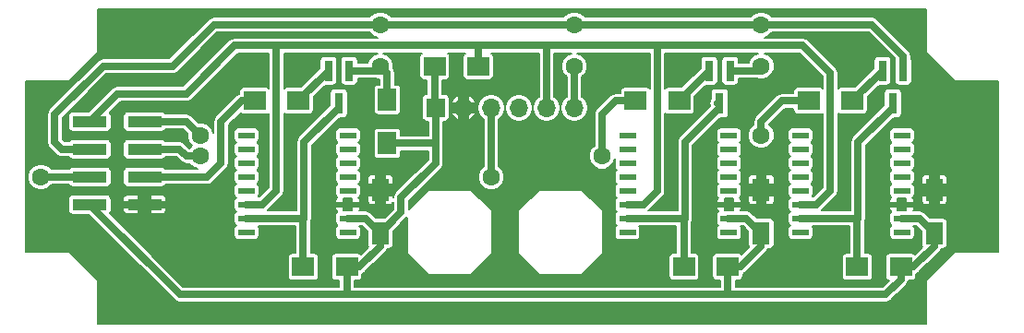
<source format=gbr>
G04 #@! TF.GenerationSoftware,KiCad,Pcbnew,(2018-01-05 revision b98cc0b)-master*
G04 #@! TF.CreationDate,2018-01-10T21:04:19+01:00*
G04 #@! TF.ProjectId,5_hole_probe,355F686F6C655F70726F62652E6B6963,rev?*
G04 #@! TF.SameCoordinates,PX303f130PY34c0a38*
G04 #@! TF.FileFunction,Copper,L2,Bot,Signal*
G04 #@! TF.FilePolarity,Positive*
%FSLAX46Y46*%
G04 Gerber Fmt 4.6, Leading zero omitted, Abs format (unit mm)*
G04 Created by KiCad (PCBNEW (2018-01-05 revision b98cc0b)-master) date 2018 January 10, Wednesday 21:04:19*
%MOMM*%
%LPD*%
G01*
G04 APERTURE LIST*
%ADD10R,1.600000X2.000000*%
%ADD11R,0.800000X1.900000*%
%ADD12R,1.700000X2.000000*%
%ADD13R,2.000000X1.700000*%
%ADD14R,1.700000X1.700000*%
%ADD15O,1.700000X1.700000*%
%ADD16R,1.500000X0.600000*%
%ADD17R,3.150000X1.000000*%
%ADD18C,1.600000*%
%ADD19C,0.635000*%
%ADD20C,0.200000*%
G04 APERTURE END LIST*
D10*
X83820000Y8795000D03*
X83820000Y12795000D03*
X67945000Y8795000D03*
X67945000Y12795000D03*
X33020000Y8795000D03*
X33020000Y12795000D03*
D11*
X79060000Y23725000D03*
X80960000Y23725000D03*
X80010000Y20725000D03*
X63185000Y23725000D03*
X65085000Y23725000D03*
X64135000Y20725000D03*
X28260000Y23725000D03*
X30160000Y23725000D03*
X29210000Y20725000D03*
D12*
X33655000Y17050000D03*
X33655000Y21050000D03*
D13*
X38005000Y24130000D03*
X42005000Y24130000D03*
X76295000Y20955000D03*
X72295000Y20955000D03*
X60420000Y20955000D03*
X56420000Y20955000D03*
X25495000Y20955000D03*
X21495000Y20955000D03*
X80740000Y5715000D03*
X76740000Y5715000D03*
X64865000Y5715000D03*
X60865000Y5715000D03*
X29940000Y5715000D03*
X25940000Y5715000D03*
D14*
X38100000Y20320000D03*
D15*
X40640000Y20320000D03*
X43180000Y20320000D03*
X45720000Y20320000D03*
X48260000Y20320000D03*
X50800000Y20320000D03*
D16*
X80850000Y17780000D03*
X80850000Y16510000D03*
X80850000Y15240000D03*
X80850000Y13970000D03*
X80850000Y12700000D03*
X80850000Y11430000D03*
X80850000Y10160000D03*
X80850000Y8890000D03*
X71550000Y8890000D03*
X71550000Y10160000D03*
X71550000Y11430000D03*
X71550000Y12700000D03*
X71550000Y13970000D03*
X71550000Y15240000D03*
X71550000Y16510000D03*
X71550000Y17780000D03*
X64975000Y17780000D03*
X64975000Y16510000D03*
X64975000Y15240000D03*
X64975000Y13970000D03*
X64975000Y12700000D03*
X64975000Y11430000D03*
X64975000Y10160000D03*
X64975000Y8890000D03*
X55675000Y8890000D03*
X55675000Y10160000D03*
X55675000Y11430000D03*
X55675000Y12700000D03*
X55675000Y13970000D03*
X55675000Y15240000D03*
X55675000Y16510000D03*
X55675000Y17780000D03*
X30050000Y17780000D03*
X30050000Y16510000D03*
X30050000Y15240000D03*
X30050000Y13970000D03*
X30050000Y12700000D03*
X30050000Y11430000D03*
X30050000Y10160000D03*
X30050000Y8890000D03*
X20750000Y8890000D03*
X20750000Y10160000D03*
X20750000Y11430000D03*
X20750000Y12700000D03*
X20750000Y13970000D03*
X20750000Y15240000D03*
X20750000Y16510000D03*
X20750000Y17780000D03*
D17*
X11415000Y19050000D03*
X6365000Y19050000D03*
X11415000Y16510000D03*
X6365000Y16510000D03*
X11415000Y13970000D03*
X6365000Y13970000D03*
X11415000Y11430000D03*
X6365000Y11430000D03*
D18*
X50800000Y27940000D03*
X50800000Y24130000D03*
X67945000Y27940000D03*
X67945000Y24130000D03*
X33020000Y27940000D03*
X33020000Y24130000D03*
X16510000Y17780000D03*
X67945000Y17780000D03*
X53340000Y15875000D03*
X16510000Y15875000D03*
X1905000Y13970000D03*
X43180000Y13970000D03*
D19*
X33655000Y17050000D02*
X38100000Y17050000D01*
X38100000Y17050000D02*
X38100000Y17145000D01*
X38005000Y24130000D02*
X38005000Y20415000D01*
X38005000Y20415000D02*
X38100000Y20320000D01*
X20320000Y3175000D02*
X14620000Y3175000D01*
X29210000Y3175000D02*
X20320000Y3175000D01*
X14620000Y3175000D02*
X6365000Y11430000D01*
X38100000Y20320000D02*
X38100000Y17145000D01*
X38100000Y17145000D02*
X38100000Y15240000D01*
X34925000Y10700000D02*
X33020000Y8795000D01*
X34925000Y12065000D02*
X34925000Y10700000D01*
X38100000Y15240000D02*
X34925000Y12065000D01*
X80740000Y5715000D02*
X80740000Y4540000D01*
X79375000Y3175000D02*
X64135000Y3175000D01*
X80740000Y4540000D02*
X79375000Y3175000D01*
X64865000Y5715000D02*
X64865000Y3270000D01*
X64770000Y3175000D02*
X64135000Y3175000D01*
X64865000Y3270000D02*
X64770000Y3175000D01*
X64135000Y3175000D02*
X29210000Y3175000D01*
X29940000Y5715000D02*
X29940000Y3270000D01*
X29940000Y3270000D02*
X29845000Y3175000D01*
X29845000Y3175000D02*
X29210000Y3175000D01*
X80740000Y5715000D02*
X81915000Y5715000D01*
X83820000Y7620000D02*
X83820000Y8795000D01*
X81915000Y5715000D02*
X83820000Y7620000D01*
X80850000Y10160000D02*
X82455000Y10160000D01*
X82455000Y10160000D02*
X83820000Y8795000D01*
X64975000Y10160000D02*
X66580000Y10160000D01*
X66580000Y10160000D02*
X67945000Y8795000D01*
X67945000Y8795000D02*
X67945000Y7620000D01*
X67945000Y7620000D02*
X66040000Y5715000D01*
X66040000Y5715000D02*
X64865000Y5715000D01*
X29940000Y5715000D02*
X31115000Y5715000D01*
X33020000Y7620000D02*
X33020000Y8795000D01*
X31115000Y5715000D02*
X33020000Y7620000D01*
X30050000Y10160000D02*
X31655000Y10160000D01*
X31655000Y10160000D02*
X33020000Y8795000D01*
X33655000Y21050000D02*
X33655000Y23495000D01*
X33655000Y23495000D02*
X33020000Y24130000D01*
X7620000Y24130000D02*
X3175000Y19685000D01*
X17780000Y27940000D02*
X13970000Y24130000D01*
X13970000Y24130000D02*
X7620000Y24130000D01*
X6365000Y16510000D02*
X3810000Y16510000D01*
X23495000Y27940000D02*
X33020000Y27940000D01*
X23495000Y27940000D02*
X17780000Y27940000D01*
X3175000Y17145000D02*
X3810000Y16510000D01*
X3175000Y19685000D02*
X3175000Y17145000D01*
X50800000Y20320000D02*
X50800000Y24130000D01*
X80960000Y23725000D02*
X80960000Y25085000D01*
X78105000Y27940000D02*
X67945000Y27940000D01*
X80960000Y25085000D02*
X78105000Y27940000D01*
X65085000Y23725000D02*
X67540000Y23725000D01*
X67945000Y27940000D02*
X50800000Y27940000D01*
X50800000Y27940000D02*
X33020000Y27940000D01*
X67540000Y23725000D02*
X67945000Y24130000D01*
X30160000Y23725000D02*
X32615000Y23725000D01*
X32615000Y23725000D02*
X33020000Y24130000D01*
X42005000Y24130000D02*
X42005000Y26035000D01*
X42005000Y26035000D02*
X41910000Y26035000D01*
X23495000Y26035000D02*
X19685000Y26035000D01*
X8905000Y21590000D02*
X6365000Y19050000D01*
X15240000Y21590000D02*
X8905000Y21590000D01*
X19685000Y26035000D02*
X15240000Y21590000D01*
X48260000Y20320000D02*
X48260000Y26035000D01*
X58420000Y26035000D02*
X48260000Y26035000D01*
X48260000Y26035000D02*
X41910000Y26035000D01*
X41910000Y26035000D02*
X23495000Y26035000D01*
X22225000Y11430000D02*
X20750000Y11430000D01*
X23495000Y12700000D02*
X23495000Y26035000D01*
X22225000Y11430000D02*
X23495000Y12700000D01*
X71550000Y11430000D02*
X73025000Y11430000D01*
X71755000Y26035000D02*
X58420000Y26035000D01*
X74295000Y23495000D02*
X71755000Y26035000D01*
X74295000Y12700000D02*
X74295000Y23495000D01*
X73025000Y11430000D02*
X74295000Y12700000D01*
X58420000Y12700000D02*
X58420000Y26035000D01*
X57150000Y11430000D02*
X58420000Y12700000D01*
X57150000Y11430000D02*
X55675000Y11430000D01*
X67945000Y19050000D02*
X67945000Y17780000D01*
X72295000Y20955000D02*
X69850000Y20955000D01*
X69850000Y20955000D02*
X67945000Y19050000D01*
X15240000Y19050000D02*
X11415000Y19050000D01*
X16510000Y17780000D02*
X15240000Y19050000D01*
X16510000Y15875000D02*
X15240000Y15875000D01*
X56420000Y20955000D02*
X54610000Y20955000D01*
X54610000Y20955000D02*
X53340000Y19685000D01*
X53340000Y19685000D02*
X53340000Y15875000D01*
X14605000Y16510000D02*
X11415000Y16510000D01*
X15240000Y15875000D02*
X14605000Y16510000D01*
X21495000Y20955000D02*
X20320000Y20955000D01*
X17145000Y13970000D02*
X11415000Y13970000D01*
X18415000Y15240000D02*
X17145000Y13970000D01*
X18415000Y19050000D02*
X18415000Y15240000D01*
X20320000Y20955000D02*
X18415000Y19050000D01*
X43180000Y20320000D02*
X43180000Y13970000D01*
X1905000Y13970000D02*
X6365000Y13970000D01*
X79060000Y23725000D02*
X79060000Y23720000D01*
X79060000Y23720000D02*
X76295000Y20955000D01*
X76295000Y20955000D02*
X76925000Y20955000D01*
X80010000Y20725000D02*
X80010000Y20320000D01*
X80010000Y20320000D02*
X76835000Y17145000D01*
X76835000Y17145000D02*
X76835000Y10160000D01*
X71550000Y10160000D02*
X76835000Y10160000D01*
X76740000Y10065000D02*
X76740000Y5715000D01*
X76835000Y10160000D02*
X76740000Y10065000D01*
X63185000Y23725000D02*
X63185000Y23720000D01*
X63185000Y23720000D02*
X60420000Y20955000D01*
X60420000Y20955000D02*
X61050000Y20955000D01*
X64135000Y20725000D02*
X64135000Y20320000D01*
X64135000Y20320000D02*
X60960000Y17145000D01*
X60960000Y17145000D02*
X60960000Y10160000D01*
X64135000Y20725000D02*
X63905000Y20725000D01*
X55675000Y10160000D02*
X60960000Y10160000D01*
X60865000Y10065000D02*
X60865000Y5715000D01*
X60960000Y10160000D02*
X60865000Y10065000D01*
X28260000Y23725000D02*
X28260000Y23720000D01*
X28260000Y23720000D02*
X25495000Y20955000D01*
X29210000Y20725000D02*
X29210000Y20320000D01*
X29210000Y20320000D02*
X26035000Y17145000D01*
X26035000Y17145000D02*
X26035000Y10160000D01*
X20750000Y10160000D02*
X26035000Y10160000D01*
X25940000Y10065000D02*
X25940000Y5715000D01*
X26035000Y10160000D02*
X25940000Y10065000D01*
D20*
G36*
X83085000Y25400000D02*
X83092612Y25361732D01*
X83114289Y25329289D01*
X85654289Y22789289D01*
X85686732Y22767612D01*
X85725000Y22760000D01*
X89695000Y22760000D01*
X89695000Y7085000D01*
X85725000Y7085000D01*
X85686732Y7077388D01*
X85654289Y7055711D01*
X83114289Y4515711D01*
X83092612Y4483268D01*
X83085000Y4445000D01*
X83085000Y475000D01*
X7085000Y475000D01*
X7085000Y4445000D01*
X7077388Y4483268D01*
X7055711Y4515711D01*
X4515711Y7055711D01*
X4483268Y7077388D01*
X4445000Y7085000D01*
X475000Y7085000D01*
X475000Y13732353D01*
X704793Y13732353D01*
X887097Y13291143D01*
X1224367Y12953283D01*
X1665258Y12770209D01*
X2142647Y12769793D01*
X2583857Y12952097D01*
X2884786Y13252500D01*
X4454253Y13252500D01*
X4501616Y13181616D01*
X4633928Y13093209D01*
X4790000Y13062164D01*
X7940000Y13062164D01*
X8096072Y13093209D01*
X8228384Y13181616D01*
X8316791Y13313928D01*
X8347836Y13470000D01*
X8347836Y14470000D01*
X8316791Y14626072D01*
X8228384Y14758384D01*
X8096072Y14846791D01*
X7940000Y14877836D01*
X4790000Y14877836D01*
X4633928Y14846791D01*
X4501616Y14758384D01*
X4454253Y14687500D01*
X2884327Y14687500D01*
X2585633Y14986717D01*
X2144742Y15169791D01*
X1667353Y15170207D01*
X1226143Y14987903D01*
X888283Y14650633D01*
X705209Y14209742D01*
X704793Y13732353D01*
X475000Y13732353D01*
X475000Y19685000D01*
X2457500Y19685000D01*
X2457500Y17145000D01*
X2512116Y16870424D01*
X2667651Y16637651D01*
X3302651Y16002651D01*
X3535424Y15847116D01*
X3810000Y15792500D01*
X4454253Y15792500D01*
X4501616Y15721616D01*
X4633928Y15633209D01*
X4790000Y15602164D01*
X7940000Y15602164D01*
X8096072Y15633209D01*
X8228384Y15721616D01*
X8316791Y15853928D01*
X8347836Y16010000D01*
X8347836Y17010000D01*
X8316791Y17166072D01*
X8228384Y17298384D01*
X8096072Y17386791D01*
X7940000Y17417836D01*
X4790000Y17417836D01*
X4633928Y17386791D01*
X4501616Y17298384D01*
X4454253Y17227500D01*
X4107198Y17227500D01*
X3892500Y17442198D01*
X3892500Y19387802D01*
X7917198Y23412500D01*
X13970000Y23412500D01*
X14244576Y23467116D01*
X14477349Y23622651D01*
X18077198Y27222500D01*
X32040673Y27222500D01*
X32339367Y26923283D01*
X32750658Y26752500D01*
X19685000Y26752500D01*
X19410425Y26697884D01*
X19410423Y26697883D01*
X19410424Y26697883D01*
X19177651Y26542349D01*
X14942802Y22307500D01*
X8905000Y22307500D01*
X8630425Y22252884D01*
X8630423Y22252883D01*
X8630424Y22252883D01*
X8397651Y22097349D01*
X6258138Y19957836D01*
X4790000Y19957836D01*
X4633928Y19926791D01*
X4501616Y19838384D01*
X4413209Y19706072D01*
X4382164Y19550000D01*
X4382164Y18550000D01*
X4413209Y18393928D01*
X4501616Y18261616D01*
X4633928Y18173209D01*
X4790000Y18142164D01*
X7940000Y18142164D01*
X8096072Y18173209D01*
X8228384Y18261616D01*
X8316791Y18393928D01*
X8347836Y18550000D01*
X8347836Y19550000D01*
X8316791Y19706072D01*
X8228384Y19838384D01*
X8192235Y19862537D01*
X9202198Y20872500D01*
X15240000Y20872500D01*
X15514576Y20927116D01*
X15747349Y21082651D01*
X19982198Y25317500D01*
X22777500Y25317500D01*
X22777500Y22097316D01*
X22651072Y22181791D01*
X22495000Y22212836D01*
X20495000Y22212836D01*
X20338928Y22181791D01*
X20206616Y22093384D01*
X20118209Y21961072D01*
X20087164Y21805000D01*
X20087164Y21626187D01*
X20045424Y21617884D01*
X19812651Y21462349D01*
X17907651Y19557349D01*
X17752116Y19324576D01*
X17752116Y19324575D01*
X17697500Y19050000D01*
X17697500Y18048400D01*
X17527903Y18458857D01*
X17190633Y18796717D01*
X16749742Y18979791D01*
X16324536Y18980162D01*
X15747349Y19557349D01*
X15514576Y19712884D01*
X15240000Y19767500D01*
X13325747Y19767500D01*
X13278384Y19838384D01*
X13146072Y19926791D01*
X12990000Y19957836D01*
X9840000Y19957836D01*
X9683928Y19926791D01*
X9551616Y19838384D01*
X9463209Y19706072D01*
X9432164Y19550000D01*
X9432164Y18550000D01*
X9463209Y18393928D01*
X9551616Y18261616D01*
X9683928Y18173209D01*
X9840000Y18142164D01*
X12990000Y18142164D01*
X13146072Y18173209D01*
X13278384Y18261616D01*
X13325747Y18332500D01*
X14942802Y18332500D01*
X15310161Y17965141D01*
X15309793Y17542353D01*
X15492097Y17101143D01*
X15765444Y16827318D01*
X15533709Y16595989D01*
X15112349Y17017349D01*
X14879576Y17172884D01*
X14605000Y17227500D01*
X13325747Y17227500D01*
X13278384Y17298384D01*
X13146072Y17386791D01*
X12990000Y17417836D01*
X9840000Y17417836D01*
X9683928Y17386791D01*
X9551616Y17298384D01*
X9463209Y17166072D01*
X9432164Y17010000D01*
X9432164Y16010000D01*
X9463209Y15853928D01*
X9551616Y15721616D01*
X9683928Y15633209D01*
X9840000Y15602164D01*
X12990000Y15602164D01*
X13146072Y15633209D01*
X13278384Y15721616D01*
X13325747Y15792500D01*
X14307802Y15792500D01*
X14732651Y15367651D01*
X14965424Y15212116D01*
X15240000Y15157500D01*
X15530673Y15157500D01*
X15829367Y14858283D01*
X16240658Y14687500D01*
X13325747Y14687500D01*
X13278384Y14758384D01*
X13146072Y14846791D01*
X12990000Y14877836D01*
X9840000Y14877836D01*
X9683928Y14846791D01*
X9551616Y14758384D01*
X9463209Y14626072D01*
X9432164Y14470000D01*
X9432164Y13470000D01*
X9463209Y13313928D01*
X9551616Y13181616D01*
X9683928Y13093209D01*
X9840000Y13062164D01*
X12990000Y13062164D01*
X13146072Y13093209D01*
X13278384Y13181616D01*
X13325747Y13252500D01*
X17145000Y13252500D01*
X17419576Y13307116D01*
X17652349Y13462651D01*
X18922349Y14732651D01*
X19019359Y14877836D01*
X19077884Y14965425D01*
X19132500Y15240000D01*
X19132500Y18752802D01*
X20202490Y19822792D01*
X20206616Y19816616D01*
X20338928Y19728209D01*
X20495000Y19697164D01*
X22495000Y19697164D01*
X22651072Y19728209D01*
X22777500Y19812684D01*
X22777500Y12997198D01*
X21927802Y12147500D01*
X21812361Y12147500D01*
X21876791Y12243928D01*
X21907836Y12400000D01*
X21907836Y13000000D01*
X21876791Y13156072D01*
X21788384Y13288384D01*
X21718617Y13335000D01*
X21788384Y13381616D01*
X21876791Y13513928D01*
X21907836Y13670000D01*
X21907836Y14270000D01*
X21876791Y14426072D01*
X21788384Y14558384D01*
X21718617Y14605000D01*
X21788384Y14651616D01*
X21876791Y14783928D01*
X21907836Y14940000D01*
X21907836Y15540000D01*
X21876791Y15696072D01*
X21788384Y15828384D01*
X21718617Y15875000D01*
X21788384Y15921616D01*
X21876791Y16053928D01*
X21907836Y16210000D01*
X21907836Y16810000D01*
X21876791Y16966072D01*
X21788384Y17098384D01*
X21718617Y17145000D01*
X21788384Y17191616D01*
X21876791Y17323928D01*
X21907836Y17480000D01*
X21907836Y18080000D01*
X21876791Y18236072D01*
X21788384Y18368384D01*
X21656072Y18456791D01*
X21500000Y18487836D01*
X20000000Y18487836D01*
X19843928Y18456791D01*
X19711616Y18368384D01*
X19623209Y18236072D01*
X19592164Y18080000D01*
X19592164Y17480000D01*
X19623209Y17323928D01*
X19711616Y17191616D01*
X19781383Y17145000D01*
X19711616Y17098384D01*
X19623209Y16966072D01*
X19592164Y16810000D01*
X19592164Y16210000D01*
X19623209Y16053928D01*
X19711616Y15921616D01*
X19781383Y15875000D01*
X19711616Y15828384D01*
X19623209Y15696072D01*
X19592164Y15540000D01*
X19592164Y14940000D01*
X19623209Y14783928D01*
X19711616Y14651616D01*
X19781383Y14605000D01*
X19711616Y14558384D01*
X19623209Y14426072D01*
X19592164Y14270000D01*
X19592164Y13670000D01*
X19623209Y13513928D01*
X19711616Y13381616D01*
X19781383Y13335000D01*
X19711616Y13288384D01*
X19623209Y13156072D01*
X19592164Y13000000D01*
X19592164Y12400000D01*
X19623209Y12243928D01*
X19711616Y12111616D01*
X19781383Y12065000D01*
X19711616Y12018384D01*
X19623209Y11886072D01*
X19592164Y11730000D01*
X19592164Y11130000D01*
X19623209Y10973928D01*
X19711616Y10841616D01*
X19781383Y10795000D01*
X19711616Y10748384D01*
X19623209Y10616072D01*
X19592164Y10460000D01*
X19592164Y9860000D01*
X19623209Y9703928D01*
X19711616Y9571616D01*
X19781383Y9525000D01*
X19711616Y9478384D01*
X19623209Y9346072D01*
X19592164Y9190000D01*
X19592164Y8590000D01*
X19623209Y8433928D01*
X19711616Y8301616D01*
X19843928Y8213209D01*
X20000000Y8182164D01*
X21500000Y8182164D01*
X21656072Y8213209D01*
X21788384Y8301616D01*
X21876791Y8433928D01*
X21907836Y8590000D01*
X21907836Y9190000D01*
X21876791Y9346072D01*
X21812361Y9442500D01*
X25222500Y9442500D01*
X25222500Y6972836D01*
X24940000Y6972836D01*
X24783928Y6941791D01*
X24651616Y6853384D01*
X24563209Y6721072D01*
X24532164Y6565000D01*
X24532164Y4865000D01*
X24563209Y4708928D01*
X24651616Y4576616D01*
X24783928Y4488209D01*
X24940000Y4457164D01*
X26940000Y4457164D01*
X27096072Y4488209D01*
X27228384Y4576616D01*
X27316791Y4708928D01*
X27347836Y4865000D01*
X27347836Y6565000D01*
X27316791Y6721072D01*
X27228384Y6853384D01*
X27096072Y6941791D01*
X26940000Y6972836D01*
X26657500Y6972836D01*
X26657500Y9824986D01*
X26697884Y9885425D01*
X26752500Y10160000D01*
X26752500Y16847802D01*
X27984698Y18080000D01*
X28892164Y18080000D01*
X28892164Y17480000D01*
X28923209Y17323928D01*
X29011616Y17191616D01*
X29081383Y17145000D01*
X29011616Y17098384D01*
X28923209Y16966072D01*
X28892164Y16810000D01*
X28892164Y16210000D01*
X28923209Y16053928D01*
X29011616Y15921616D01*
X29081383Y15875000D01*
X29011616Y15828384D01*
X28923209Y15696072D01*
X28892164Y15540000D01*
X28892164Y14940000D01*
X28923209Y14783928D01*
X29011616Y14651616D01*
X29081383Y14605000D01*
X29011616Y14558384D01*
X28923209Y14426072D01*
X28892164Y14270000D01*
X28892164Y13670000D01*
X28923209Y13513928D01*
X29011616Y13381616D01*
X29081383Y13335000D01*
X29011616Y13288384D01*
X28923209Y13156072D01*
X28892164Y13000000D01*
X28892164Y12400000D01*
X28923209Y12243928D01*
X29011616Y12111616D01*
X29074543Y12069570D01*
X29073418Y12069104D01*
X28960896Y11956582D01*
X28900000Y11809565D01*
X28900000Y11680000D01*
X29000000Y11580000D01*
X29675000Y11580000D01*
X29675000Y11992164D01*
X30425000Y11992164D01*
X30425000Y11580000D01*
X31100000Y11580000D01*
X31200000Y11680000D01*
X31200000Y11809565D01*
X31139104Y11956582D01*
X31026582Y12069104D01*
X31025457Y12069570D01*
X31088384Y12111616D01*
X31144098Y12195000D01*
X31820000Y12195000D01*
X31820000Y11715435D01*
X31880896Y11568418D01*
X31993418Y11455896D01*
X32140435Y11395000D01*
X32520000Y11395000D01*
X32620000Y11495000D01*
X32620000Y12295000D01*
X31920000Y12295000D01*
X31820000Y12195000D01*
X31144098Y12195000D01*
X31176791Y12243928D01*
X31207836Y12400000D01*
X31207836Y13000000D01*
X31176791Y13156072D01*
X31088384Y13288384D01*
X31018617Y13335000D01*
X31088384Y13381616D01*
X31176791Y13513928D01*
X31207836Y13670000D01*
X31207836Y13874565D01*
X31820000Y13874565D01*
X31820000Y13395000D01*
X31920000Y13295000D01*
X32620000Y13295000D01*
X32620000Y14095000D01*
X33420000Y14095000D01*
X33420000Y13295000D01*
X34120000Y13295000D01*
X34220000Y13395000D01*
X34220000Y13874565D01*
X34159104Y14021582D01*
X34046582Y14134104D01*
X33899565Y14195000D01*
X33520000Y14195000D01*
X33420000Y14095000D01*
X32620000Y14095000D01*
X32520000Y14195000D01*
X32140435Y14195000D01*
X31993418Y14134104D01*
X31880896Y14021582D01*
X31820000Y13874565D01*
X31207836Y13874565D01*
X31207836Y14270000D01*
X31176791Y14426072D01*
X31088384Y14558384D01*
X31018617Y14605000D01*
X31088384Y14651616D01*
X31176791Y14783928D01*
X31207836Y14940000D01*
X31207836Y15540000D01*
X31176791Y15696072D01*
X31088384Y15828384D01*
X31018617Y15875000D01*
X31088384Y15921616D01*
X31176791Y16053928D01*
X31207836Y16210000D01*
X31207836Y16810000D01*
X31176791Y16966072D01*
X31088384Y17098384D01*
X31018617Y17145000D01*
X31088384Y17191616D01*
X31176791Y17323928D01*
X31207836Y17480000D01*
X31207836Y18080000D01*
X31176791Y18236072D01*
X31088384Y18368384D01*
X30956072Y18456791D01*
X30800000Y18487836D01*
X29300000Y18487836D01*
X29143928Y18456791D01*
X29011616Y18368384D01*
X28923209Y18236072D01*
X28892164Y18080000D01*
X27984698Y18080000D01*
X29271862Y19367164D01*
X29610000Y19367164D01*
X29766072Y19398209D01*
X29898384Y19486616D01*
X29986791Y19618928D01*
X30017836Y19775000D01*
X30017836Y21675000D01*
X29986791Y21831072D01*
X29898384Y21963384D01*
X29766072Y22051791D01*
X29610000Y22082836D01*
X28810000Y22082836D01*
X28653928Y22051791D01*
X28521616Y21963384D01*
X28433209Y21831072D01*
X28402164Y21675000D01*
X28402164Y20526862D01*
X25527651Y17652349D01*
X25372116Y17419576D01*
X25372116Y17419575D01*
X25317500Y17145000D01*
X25317500Y10877500D01*
X22664776Y10877500D01*
X22732349Y10922651D01*
X24002349Y12192651D01*
X24053433Y12269104D01*
X24157884Y12425425D01*
X24212500Y12700000D01*
X24212500Y19812684D01*
X24338928Y19728209D01*
X24495000Y19697164D01*
X26495000Y19697164D01*
X26651072Y19728209D01*
X26783384Y19816616D01*
X26871791Y19948928D01*
X26902836Y20105000D01*
X26902836Y21348138D01*
X27921862Y22367164D01*
X28660000Y22367164D01*
X28816072Y22398209D01*
X28948384Y22486616D01*
X29036791Y22618928D01*
X29067836Y22775000D01*
X29067836Y24675000D01*
X29036791Y24831072D01*
X28948384Y24963384D01*
X28816072Y25051791D01*
X28660000Y25082836D01*
X27860000Y25082836D01*
X27703928Y25051791D01*
X27571616Y24963384D01*
X27483209Y24831072D01*
X27452164Y24675000D01*
X27452164Y23926862D01*
X25738138Y22212836D01*
X24495000Y22212836D01*
X24338928Y22181791D01*
X24212500Y22097316D01*
X24212500Y25317500D01*
X32751600Y25317500D01*
X32341143Y25147903D01*
X32003283Y24810633D01*
X31850421Y24442500D01*
X30967836Y24442500D01*
X30967836Y24675000D01*
X30936791Y24831072D01*
X30848384Y24963384D01*
X30716072Y25051791D01*
X30560000Y25082836D01*
X29760000Y25082836D01*
X29603928Y25051791D01*
X29471616Y24963384D01*
X29383209Y24831072D01*
X29352164Y24675000D01*
X29352164Y22775000D01*
X29383209Y22618928D01*
X29471616Y22486616D01*
X29603928Y22398209D01*
X29760000Y22367164D01*
X30560000Y22367164D01*
X30716072Y22398209D01*
X30848384Y22486616D01*
X30936791Y22618928D01*
X30967836Y22775000D01*
X30967836Y23007500D01*
X32594121Y23007500D01*
X32780258Y22930209D01*
X32937500Y22930072D01*
X32937500Y22457836D01*
X32805000Y22457836D01*
X32648928Y22426791D01*
X32516616Y22338384D01*
X32428209Y22206072D01*
X32397164Y22050000D01*
X32397164Y20050000D01*
X32428209Y19893928D01*
X32516616Y19761616D01*
X32648928Y19673209D01*
X32805000Y19642164D01*
X34505000Y19642164D01*
X34661072Y19673209D01*
X34793384Y19761616D01*
X34881791Y19893928D01*
X34912836Y20050000D01*
X34912836Y22050000D01*
X34881791Y22206072D01*
X34793384Y22338384D01*
X34661072Y22426791D01*
X34505000Y22457836D01*
X34372500Y22457836D01*
X34372500Y23495000D01*
X34327745Y23720000D01*
X34317884Y23769576D01*
X34219814Y23916348D01*
X34220207Y24367647D01*
X34037903Y24808857D01*
X33700633Y25146717D01*
X33289342Y25317500D01*
X36790124Y25317500D01*
X36716616Y25268384D01*
X36628209Y25136072D01*
X36597164Y24980000D01*
X36597164Y23280000D01*
X36628209Y23123928D01*
X36716616Y22991616D01*
X36848928Y22903209D01*
X37005000Y22872164D01*
X37287500Y22872164D01*
X37287500Y21577836D01*
X37250000Y21577836D01*
X37093928Y21546791D01*
X36961616Y21458384D01*
X36873209Y21326072D01*
X36842164Y21170000D01*
X36842164Y19470000D01*
X36873209Y19313928D01*
X36961616Y19181616D01*
X37093928Y19093209D01*
X37250000Y19062164D01*
X37382500Y19062164D01*
X37382500Y17767500D01*
X34912836Y17767500D01*
X34912836Y18050000D01*
X34881791Y18206072D01*
X34793384Y18338384D01*
X34661072Y18426791D01*
X34505000Y18457836D01*
X32805000Y18457836D01*
X32648928Y18426791D01*
X32516616Y18338384D01*
X32428209Y18206072D01*
X32397164Y18050000D01*
X32397164Y16050000D01*
X32428209Y15893928D01*
X32516616Y15761616D01*
X32648928Y15673209D01*
X32805000Y15642164D01*
X34505000Y15642164D01*
X34661072Y15673209D01*
X34793384Y15761616D01*
X34881791Y15893928D01*
X34912836Y16050000D01*
X34912836Y16332500D01*
X37382500Y16332500D01*
X37382500Y15537198D01*
X34417651Y12572349D01*
X34262116Y12339576D01*
X34243091Y12243928D01*
X34220000Y12127842D01*
X34220000Y12195000D01*
X34120000Y12295000D01*
X33420000Y12295000D01*
X33420000Y11495000D01*
X33520000Y11395000D01*
X33899565Y11395000D01*
X34046582Y11455896D01*
X34159104Y11568418D01*
X34207500Y11685257D01*
X34207500Y10997198D01*
X33413138Y10202836D01*
X32626862Y10202836D01*
X32162349Y10667349D01*
X31929576Y10822884D01*
X31655000Y10877500D01*
X31113186Y10877500D01*
X31139104Y10903418D01*
X31200000Y11050435D01*
X31200000Y11180000D01*
X31100000Y11280000D01*
X30425000Y11280000D01*
X30425000Y10877500D01*
X30050000Y10877500D01*
X30001415Y10867836D01*
X29675000Y10867836D01*
X29675000Y11280000D01*
X29000000Y11280000D01*
X28900000Y11180000D01*
X28900000Y11050435D01*
X28960896Y10903418D01*
X29073418Y10790896D01*
X29074543Y10790430D01*
X29011616Y10748384D01*
X28923209Y10616072D01*
X28892164Y10460000D01*
X28892164Y9860000D01*
X28923209Y9703928D01*
X29011616Y9571616D01*
X29081383Y9525000D01*
X29011616Y9478384D01*
X28923209Y9346072D01*
X28892164Y9190000D01*
X28892164Y8590000D01*
X28923209Y8433928D01*
X29011616Y8301616D01*
X29143928Y8213209D01*
X29300000Y8182164D01*
X30800000Y8182164D01*
X30956072Y8213209D01*
X31088384Y8301616D01*
X31176791Y8433928D01*
X31207836Y8590000D01*
X31207836Y9190000D01*
X31176791Y9346072D01*
X31112361Y9442500D01*
X31357802Y9442500D01*
X31812164Y8988138D01*
X31812164Y7795000D01*
X31843209Y7638928D01*
X31915715Y7530413D01*
X31232510Y6847208D01*
X31228384Y6853384D01*
X31096072Y6941791D01*
X30940000Y6972836D01*
X28940000Y6972836D01*
X28783928Y6941791D01*
X28651616Y6853384D01*
X28563209Y6721072D01*
X28532164Y6565000D01*
X28532164Y4865000D01*
X28563209Y4708928D01*
X28651616Y4576616D01*
X28783928Y4488209D01*
X28940000Y4457164D01*
X29222500Y4457164D01*
X29222500Y3892500D01*
X14917198Y3892500D01*
X8192235Y10617463D01*
X8228384Y10641616D01*
X8316791Y10773928D01*
X8347836Y10930000D01*
X8347836Y11080000D01*
X9440000Y11080000D01*
X9440000Y10850435D01*
X9500896Y10703418D01*
X9613418Y10590896D01*
X9760435Y10530000D01*
X10780000Y10530000D01*
X10880000Y10630000D01*
X10880000Y11180000D01*
X11950000Y11180000D01*
X11950000Y10630000D01*
X12050000Y10530000D01*
X13069565Y10530000D01*
X13216582Y10590896D01*
X13329104Y10703418D01*
X13390000Y10850435D01*
X13390000Y11080000D01*
X13290000Y11180000D01*
X11950000Y11180000D01*
X10880000Y11180000D01*
X9540000Y11180000D01*
X9440000Y11080000D01*
X8347836Y11080000D01*
X8347836Y11930000D01*
X8332010Y12009565D01*
X9440000Y12009565D01*
X9440000Y11780000D01*
X9540000Y11680000D01*
X10880000Y11680000D01*
X10880000Y12230000D01*
X11950000Y12230000D01*
X11950000Y11680000D01*
X13290000Y11680000D01*
X13390000Y11780000D01*
X13390000Y12009565D01*
X13329104Y12156582D01*
X13216582Y12269104D01*
X13069565Y12330000D01*
X12050000Y12330000D01*
X11950000Y12230000D01*
X10880000Y12230000D01*
X10780000Y12330000D01*
X9760435Y12330000D01*
X9613418Y12269104D01*
X9500896Y12156582D01*
X9440000Y12009565D01*
X8332010Y12009565D01*
X8316791Y12086072D01*
X8228384Y12218384D01*
X8096072Y12306791D01*
X7940000Y12337836D01*
X4790000Y12337836D01*
X4633928Y12306791D01*
X4501616Y12218384D01*
X4413209Y12086072D01*
X4382164Y11930000D01*
X4382164Y10930000D01*
X4413209Y10773928D01*
X4501616Y10641616D01*
X4633928Y10553209D01*
X4790000Y10522164D01*
X6258138Y10522164D01*
X14112651Y2667651D01*
X14345424Y2512116D01*
X14620000Y2457500D01*
X79375000Y2457500D01*
X79649576Y2512116D01*
X79882349Y2667651D01*
X81247349Y4032651D01*
X81402884Y4265424D01*
X81441023Y4457164D01*
X81740000Y4457164D01*
X81896072Y4488209D01*
X82028384Y4576616D01*
X82116791Y4708928D01*
X82147836Y4865000D01*
X82147836Y5043813D01*
X82189576Y5052116D01*
X82422349Y5207651D01*
X84327349Y7112651D01*
X84482884Y7345424D01*
X84491187Y7387164D01*
X84620000Y7387164D01*
X84776072Y7418209D01*
X84908384Y7506616D01*
X84996791Y7638928D01*
X85027836Y7795000D01*
X85027836Y9795000D01*
X84996791Y9951072D01*
X84908384Y10083384D01*
X84776072Y10171791D01*
X84620000Y10202836D01*
X83426862Y10202836D01*
X82962349Y10667349D01*
X82729576Y10822884D01*
X82455000Y10877500D01*
X81913186Y10877500D01*
X81939104Y10903418D01*
X82000000Y11050435D01*
X82000000Y11180000D01*
X81900000Y11280000D01*
X81225000Y11280000D01*
X81225000Y10877500D01*
X80850000Y10877500D01*
X80801415Y10867836D01*
X80475000Y10867836D01*
X80475000Y11280000D01*
X79800000Y11280000D01*
X79700000Y11180000D01*
X79700000Y11050435D01*
X79760896Y10903418D01*
X79873418Y10790896D01*
X79874543Y10790430D01*
X79811616Y10748384D01*
X79723209Y10616072D01*
X79692164Y10460000D01*
X79692164Y9860000D01*
X79723209Y9703928D01*
X79811616Y9571616D01*
X79881383Y9525000D01*
X79811616Y9478384D01*
X79723209Y9346072D01*
X79692164Y9190000D01*
X79692164Y8590000D01*
X79723209Y8433928D01*
X79811616Y8301616D01*
X79943928Y8213209D01*
X80100000Y8182164D01*
X81600000Y8182164D01*
X81756072Y8213209D01*
X81888384Y8301616D01*
X81976791Y8433928D01*
X82007836Y8590000D01*
X82007836Y9190000D01*
X81976791Y9346072D01*
X81912361Y9442500D01*
X82157802Y9442500D01*
X82612164Y8988138D01*
X82612164Y7795000D01*
X82643209Y7638928D01*
X82715715Y7530413D01*
X82032510Y6847208D01*
X82028384Y6853384D01*
X81896072Y6941791D01*
X81740000Y6972836D01*
X79740000Y6972836D01*
X79583928Y6941791D01*
X79451616Y6853384D01*
X79363209Y6721072D01*
X79332164Y6565000D01*
X79332164Y4865000D01*
X79363209Y4708928D01*
X79451616Y4576616D01*
X79583928Y4488209D01*
X79658648Y4473346D01*
X79077802Y3892500D01*
X65582500Y3892500D01*
X65582500Y4457164D01*
X65865000Y4457164D01*
X66021072Y4488209D01*
X66153384Y4576616D01*
X66241791Y4708928D01*
X66272836Y4865000D01*
X66272836Y5043813D01*
X66314576Y5052116D01*
X66547349Y5207651D01*
X68452349Y7112651D01*
X68607884Y7345424D01*
X68616187Y7387164D01*
X68745000Y7387164D01*
X68901072Y7418209D01*
X69033384Y7506616D01*
X69121791Y7638928D01*
X69152836Y7795000D01*
X69152836Y9795000D01*
X69121791Y9951072D01*
X69033384Y10083384D01*
X68901072Y10171791D01*
X68745000Y10202836D01*
X67551862Y10202836D01*
X67087349Y10667349D01*
X66854576Y10822884D01*
X66580000Y10877500D01*
X66038186Y10877500D01*
X66064104Y10903418D01*
X66125000Y11050435D01*
X66125000Y11180000D01*
X66025000Y11280000D01*
X65350000Y11280000D01*
X65350000Y10877500D01*
X64975000Y10877500D01*
X64926415Y10867836D01*
X64600000Y10867836D01*
X64600000Y11280000D01*
X63925000Y11280000D01*
X63825000Y11180000D01*
X63825000Y11050435D01*
X63885896Y10903418D01*
X63998418Y10790896D01*
X63999543Y10790430D01*
X63936616Y10748384D01*
X63848209Y10616072D01*
X63817164Y10460000D01*
X63817164Y9860000D01*
X63848209Y9703928D01*
X63936616Y9571616D01*
X64006383Y9525000D01*
X63936616Y9478384D01*
X63848209Y9346072D01*
X63817164Y9190000D01*
X63817164Y8590000D01*
X63848209Y8433928D01*
X63936616Y8301616D01*
X64068928Y8213209D01*
X64225000Y8182164D01*
X65725000Y8182164D01*
X65881072Y8213209D01*
X66013384Y8301616D01*
X66101791Y8433928D01*
X66132836Y8590000D01*
X66132836Y9190000D01*
X66101791Y9346072D01*
X66037361Y9442500D01*
X66282802Y9442500D01*
X66737164Y8988138D01*
X66737164Y7795000D01*
X66768209Y7638928D01*
X66840715Y7530413D01*
X66157510Y6847208D01*
X66153384Y6853384D01*
X66021072Y6941791D01*
X65865000Y6972836D01*
X63865000Y6972836D01*
X63708928Y6941791D01*
X63576616Y6853384D01*
X63488209Y6721072D01*
X63457164Y6565000D01*
X63457164Y4865000D01*
X63488209Y4708928D01*
X63576616Y4576616D01*
X63708928Y4488209D01*
X63865000Y4457164D01*
X64147500Y4457164D01*
X64147500Y3892500D01*
X30657500Y3892500D01*
X30657500Y4457164D01*
X30940000Y4457164D01*
X31096072Y4488209D01*
X31228384Y4576616D01*
X31316791Y4708928D01*
X31347836Y4865000D01*
X31347836Y5043813D01*
X31389576Y5052116D01*
X31622349Y5207651D01*
X33527349Y7112651D01*
X33682884Y7345424D01*
X33691187Y7387164D01*
X33820000Y7387164D01*
X33976072Y7418209D01*
X34108384Y7506616D01*
X34196791Y7638928D01*
X34227836Y7795000D01*
X34227836Y8988138D01*
X35432349Y10192651D01*
X35460000Y10234033D01*
X35460000Y6985000D01*
X35467612Y6946732D01*
X35489289Y6914289D01*
X37394289Y5009289D01*
X37426732Y4987612D01*
X37465000Y4980000D01*
X41275000Y4980000D01*
X41313268Y4987612D01*
X41345711Y5009289D01*
X43250711Y6914289D01*
X43272388Y6946732D01*
X43280000Y6985000D01*
X43280000Y10795000D01*
X45620000Y10795000D01*
X45620000Y6985000D01*
X45627612Y6946732D01*
X45649289Y6914289D01*
X47554289Y5009289D01*
X47586732Y4987612D01*
X47625000Y4980000D01*
X51435000Y4980000D01*
X51473268Y4987612D01*
X51505711Y5009289D01*
X53410711Y6914289D01*
X53432388Y6946732D01*
X53440000Y6985000D01*
X53440000Y10795000D01*
X53432388Y10833268D01*
X53410711Y10865711D01*
X51505711Y12770711D01*
X51473268Y12792388D01*
X51435000Y12800000D01*
X47625000Y12800000D01*
X47586732Y12792388D01*
X47554289Y12770711D01*
X45649289Y10865711D01*
X45627612Y10833268D01*
X45620000Y10795000D01*
X43280000Y10795000D01*
X43272388Y10833268D01*
X43250711Y10865711D01*
X41345711Y12770711D01*
X41313268Y12792388D01*
X41275000Y12800000D01*
X37465000Y12800000D01*
X37426732Y12792388D01*
X37394289Y12770711D01*
X35642500Y11018922D01*
X35642500Y11767802D01*
X38607349Y14732651D01*
X38762884Y14965424D01*
X38817500Y15240000D01*
X38817500Y19062164D01*
X38950000Y19062164D01*
X39106072Y19093209D01*
X39238384Y19181616D01*
X39326791Y19313928D01*
X39357836Y19470000D01*
X39357836Y19716332D01*
X39545386Y19716332D01*
X39859722Y19343393D01*
X40036339Y19225425D01*
X40215000Y19251414D01*
X40215000Y19895000D01*
X41065000Y19895000D01*
X41065000Y19251414D01*
X41243661Y19225425D01*
X41420278Y19343393D01*
X41734614Y19716332D01*
X41715572Y19895000D01*
X41065000Y19895000D01*
X40215000Y19895000D01*
X39564428Y19895000D01*
X39545386Y19716332D01*
X39357836Y19716332D01*
X39357836Y20344489D01*
X41930000Y20344489D01*
X41930000Y20295511D01*
X42025151Y19817157D01*
X42296117Y19411628D01*
X42462500Y19300454D01*
X42462500Y14949327D01*
X42163283Y14650633D01*
X41980209Y14209742D01*
X41979793Y13732353D01*
X42162097Y13291143D01*
X42499367Y12953283D01*
X42940258Y12770209D01*
X43417647Y12769793D01*
X43858857Y12952097D01*
X44196717Y13289367D01*
X44379791Y13730258D01*
X44380207Y14207647D01*
X44197903Y14648857D01*
X43897500Y14949786D01*
X43897500Y19300454D01*
X44063883Y19411628D01*
X44334849Y19817157D01*
X44430000Y20295511D01*
X44430000Y20344489D01*
X44470000Y20344489D01*
X44470000Y20295511D01*
X44565151Y19817157D01*
X44836117Y19411628D01*
X45241646Y19140662D01*
X45720000Y19045511D01*
X46198354Y19140662D01*
X46603883Y19411628D01*
X46874849Y19817157D01*
X46970000Y20295511D01*
X46970000Y20344489D01*
X46874849Y20822843D01*
X46603883Y21228372D01*
X46198354Y21499338D01*
X45720000Y21594489D01*
X45241646Y21499338D01*
X44836117Y21228372D01*
X44565151Y20822843D01*
X44470000Y20344489D01*
X44430000Y20344489D01*
X44334849Y20822843D01*
X44063883Y21228372D01*
X43658354Y21499338D01*
X43180000Y21594489D01*
X42701646Y21499338D01*
X42296117Y21228372D01*
X42025151Y20822843D01*
X41930000Y20344489D01*
X39357836Y20344489D01*
X39357836Y20923668D01*
X39545386Y20923668D01*
X39564428Y20745000D01*
X40215000Y20745000D01*
X40215000Y21388586D01*
X41065000Y21388586D01*
X41065000Y20745000D01*
X41715572Y20745000D01*
X41734614Y20923668D01*
X41420278Y21296607D01*
X41243661Y21414575D01*
X41065000Y21388586D01*
X40215000Y21388586D01*
X40036339Y21414575D01*
X39859722Y21296607D01*
X39545386Y20923668D01*
X39357836Y20923668D01*
X39357836Y21170000D01*
X39326791Y21326072D01*
X39238384Y21458384D01*
X39106072Y21546791D01*
X38950000Y21577836D01*
X38722500Y21577836D01*
X38722500Y22872164D01*
X39005000Y22872164D01*
X39161072Y22903209D01*
X39293384Y22991616D01*
X39381791Y23123928D01*
X39412836Y23280000D01*
X39412836Y24980000D01*
X39381791Y25136072D01*
X39293384Y25268384D01*
X39219876Y25317500D01*
X40790124Y25317500D01*
X40716616Y25268384D01*
X40628209Y25136072D01*
X40597164Y24980000D01*
X40597164Y23280000D01*
X40628209Y23123928D01*
X40716616Y22991616D01*
X40848928Y22903209D01*
X41005000Y22872164D01*
X43005000Y22872164D01*
X43161072Y22903209D01*
X43293384Y22991616D01*
X43381791Y23123928D01*
X43412836Y23280000D01*
X43412836Y24980000D01*
X43381791Y25136072D01*
X43293384Y25268384D01*
X43219876Y25317500D01*
X47542500Y25317500D01*
X47542500Y21339546D01*
X47376117Y21228372D01*
X47105151Y20822843D01*
X47010000Y20344489D01*
X47010000Y20295511D01*
X47105151Y19817157D01*
X47376117Y19411628D01*
X47781646Y19140662D01*
X48260000Y19045511D01*
X48738354Y19140662D01*
X49143883Y19411628D01*
X49414849Y19817157D01*
X49510000Y20295511D01*
X49510000Y20344489D01*
X49414849Y20822843D01*
X49143883Y21228372D01*
X48977500Y21339546D01*
X48977500Y25317500D01*
X50531600Y25317500D01*
X50121143Y25147903D01*
X49783283Y24810633D01*
X49600209Y24369742D01*
X49599793Y23892353D01*
X49782097Y23451143D01*
X50082500Y23150214D01*
X50082500Y21339546D01*
X49916117Y21228372D01*
X49645151Y20822843D01*
X49550000Y20344489D01*
X49550000Y20295511D01*
X49645151Y19817157D01*
X49916117Y19411628D01*
X50321646Y19140662D01*
X50800000Y19045511D01*
X51278354Y19140662D01*
X51683883Y19411628D01*
X51954849Y19817157D01*
X52050000Y20295511D01*
X52050000Y20344489D01*
X51954849Y20822843D01*
X51683883Y21228372D01*
X51517500Y21339546D01*
X51517500Y23150673D01*
X51816717Y23449367D01*
X51999791Y23890258D01*
X52000207Y24367647D01*
X51817903Y24808857D01*
X51480633Y25146717D01*
X51069342Y25317500D01*
X57702500Y25317500D01*
X57702500Y22097316D01*
X57576072Y22181791D01*
X57420000Y22212836D01*
X55420000Y22212836D01*
X55263928Y22181791D01*
X55131616Y22093384D01*
X55043209Y21961072D01*
X55012164Y21805000D01*
X55012164Y21672500D01*
X54610000Y21672500D01*
X54335425Y21617884D01*
X54335423Y21617883D01*
X54335424Y21617883D01*
X54102651Y21462349D01*
X52832651Y20192349D01*
X52677116Y19959576D01*
X52677116Y19959575D01*
X52622500Y19685000D01*
X52622500Y16854327D01*
X52323283Y16555633D01*
X52140209Y16114742D01*
X52139793Y15637353D01*
X52322097Y15196143D01*
X52659367Y14858283D01*
X53100258Y14675209D01*
X53577647Y14674793D01*
X54018857Y14857097D01*
X54356717Y15194367D01*
X54532729Y15618252D01*
X54517164Y15540000D01*
X54517164Y14940000D01*
X54548209Y14783928D01*
X54636616Y14651616D01*
X54706383Y14605000D01*
X54636616Y14558384D01*
X54548209Y14426072D01*
X54517164Y14270000D01*
X54517164Y13670000D01*
X54548209Y13513928D01*
X54636616Y13381616D01*
X54706383Y13335000D01*
X54636616Y13288384D01*
X54548209Y13156072D01*
X54517164Y13000000D01*
X54517164Y12400000D01*
X54548209Y12243928D01*
X54636616Y12111616D01*
X54706383Y12065000D01*
X54636616Y12018384D01*
X54548209Y11886072D01*
X54517164Y11730000D01*
X54517164Y11130000D01*
X54548209Y10973928D01*
X54636616Y10841616D01*
X54706383Y10795000D01*
X54636616Y10748384D01*
X54548209Y10616072D01*
X54517164Y10460000D01*
X54517164Y9860000D01*
X54548209Y9703928D01*
X54636616Y9571616D01*
X54706383Y9525000D01*
X54636616Y9478384D01*
X54548209Y9346072D01*
X54517164Y9190000D01*
X54517164Y8590000D01*
X54548209Y8433928D01*
X54636616Y8301616D01*
X54768928Y8213209D01*
X54925000Y8182164D01*
X56425000Y8182164D01*
X56581072Y8213209D01*
X56713384Y8301616D01*
X56801791Y8433928D01*
X56832836Y8590000D01*
X56832836Y9190000D01*
X56801791Y9346072D01*
X56737361Y9442500D01*
X60147500Y9442500D01*
X60147500Y6972836D01*
X59865000Y6972836D01*
X59708928Y6941791D01*
X59576616Y6853384D01*
X59488209Y6721072D01*
X59457164Y6565000D01*
X59457164Y4865000D01*
X59488209Y4708928D01*
X59576616Y4576616D01*
X59708928Y4488209D01*
X59865000Y4457164D01*
X61865000Y4457164D01*
X62021072Y4488209D01*
X62153384Y4576616D01*
X62241791Y4708928D01*
X62272836Y4865000D01*
X62272836Y6565000D01*
X62241791Y6721072D01*
X62153384Y6853384D01*
X62021072Y6941791D01*
X61865000Y6972836D01*
X61582500Y6972836D01*
X61582500Y9824986D01*
X61622884Y9885425D01*
X61677500Y10160000D01*
X61677500Y16847802D01*
X62909698Y18080000D01*
X63817164Y18080000D01*
X63817164Y17480000D01*
X63848209Y17323928D01*
X63936616Y17191616D01*
X64006383Y17145000D01*
X63936616Y17098384D01*
X63848209Y16966072D01*
X63817164Y16810000D01*
X63817164Y16210000D01*
X63848209Y16053928D01*
X63936616Y15921616D01*
X64006383Y15875000D01*
X63936616Y15828384D01*
X63848209Y15696072D01*
X63817164Y15540000D01*
X63817164Y14940000D01*
X63848209Y14783928D01*
X63936616Y14651616D01*
X64006383Y14605000D01*
X63936616Y14558384D01*
X63848209Y14426072D01*
X63817164Y14270000D01*
X63817164Y13670000D01*
X63848209Y13513928D01*
X63936616Y13381616D01*
X64006383Y13335000D01*
X63936616Y13288384D01*
X63848209Y13156072D01*
X63817164Y13000000D01*
X63817164Y12400000D01*
X63848209Y12243928D01*
X63936616Y12111616D01*
X63999543Y12069570D01*
X63998418Y12069104D01*
X63885896Y11956582D01*
X63825000Y11809565D01*
X63825000Y11680000D01*
X63925000Y11580000D01*
X64600000Y11580000D01*
X64600000Y11992164D01*
X65350000Y11992164D01*
X65350000Y11580000D01*
X66025000Y11580000D01*
X66125000Y11680000D01*
X66125000Y11809565D01*
X66064104Y11956582D01*
X65951582Y12069104D01*
X65950457Y12069570D01*
X66013384Y12111616D01*
X66069098Y12195000D01*
X66745000Y12195000D01*
X66745000Y11715435D01*
X66805896Y11568418D01*
X66918418Y11455896D01*
X67065435Y11395000D01*
X67445000Y11395000D01*
X67545000Y11495000D01*
X67545000Y12295000D01*
X68345000Y12295000D01*
X68345000Y11495000D01*
X68445000Y11395000D01*
X68824565Y11395000D01*
X68971582Y11455896D01*
X69084104Y11568418D01*
X69145000Y11715435D01*
X69145000Y12195000D01*
X69045000Y12295000D01*
X68345000Y12295000D01*
X67545000Y12295000D01*
X66845000Y12295000D01*
X66745000Y12195000D01*
X66069098Y12195000D01*
X66101791Y12243928D01*
X66132836Y12400000D01*
X66132836Y13000000D01*
X66101791Y13156072D01*
X66013384Y13288384D01*
X65943617Y13335000D01*
X66013384Y13381616D01*
X66101791Y13513928D01*
X66132836Y13670000D01*
X66132836Y13874565D01*
X66745000Y13874565D01*
X66745000Y13395000D01*
X66845000Y13295000D01*
X67545000Y13295000D01*
X67545000Y14095000D01*
X68345000Y14095000D01*
X68345000Y13295000D01*
X69045000Y13295000D01*
X69145000Y13395000D01*
X69145000Y13874565D01*
X69084104Y14021582D01*
X68971582Y14134104D01*
X68824565Y14195000D01*
X68445000Y14195000D01*
X68345000Y14095000D01*
X67545000Y14095000D01*
X67445000Y14195000D01*
X67065435Y14195000D01*
X66918418Y14134104D01*
X66805896Y14021582D01*
X66745000Y13874565D01*
X66132836Y13874565D01*
X66132836Y14270000D01*
X66101791Y14426072D01*
X66013384Y14558384D01*
X65943617Y14605000D01*
X66013384Y14651616D01*
X66101791Y14783928D01*
X66132836Y14940000D01*
X66132836Y15540000D01*
X66101791Y15696072D01*
X66013384Y15828384D01*
X65943617Y15875000D01*
X66013384Y15921616D01*
X66101791Y16053928D01*
X66132836Y16210000D01*
X66132836Y16810000D01*
X66101791Y16966072D01*
X66013384Y17098384D01*
X65943617Y17145000D01*
X66013384Y17191616D01*
X66101791Y17323928D01*
X66132836Y17480000D01*
X66132836Y18080000D01*
X66101791Y18236072D01*
X66013384Y18368384D01*
X65881072Y18456791D01*
X65725000Y18487836D01*
X64225000Y18487836D01*
X64068928Y18456791D01*
X63936616Y18368384D01*
X63848209Y18236072D01*
X63817164Y18080000D01*
X62909698Y18080000D01*
X64196862Y19367164D01*
X64535000Y19367164D01*
X64691072Y19398209D01*
X64823384Y19486616D01*
X64911791Y19618928D01*
X64942836Y19775000D01*
X64942836Y21675000D01*
X64911791Y21831072D01*
X64823384Y21963384D01*
X64691072Y22051791D01*
X64535000Y22082836D01*
X63735000Y22082836D01*
X63578928Y22051791D01*
X63446616Y21963384D01*
X63358209Y21831072D01*
X63327164Y21675000D01*
X63327164Y21126858D01*
X63242116Y20999575D01*
X63187500Y20725000D01*
X63242116Y20450425D01*
X63245565Y20445263D01*
X60452651Y17652349D01*
X60297116Y17419576D01*
X60297116Y17419575D01*
X60242500Y17145000D01*
X60242500Y10877500D01*
X57589776Y10877500D01*
X57657349Y10922651D01*
X58927349Y12192651D01*
X58978433Y12269104D01*
X59082884Y12425425D01*
X59137500Y12700000D01*
X59137500Y19812684D01*
X59263928Y19728209D01*
X59420000Y19697164D01*
X61420000Y19697164D01*
X61576072Y19728209D01*
X61708384Y19816616D01*
X61796791Y19948928D01*
X61827836Y20105000D01*
X61827836Y21348138D01*
X62846862Y22367164D01*
X63585000Y22367164D01*
X63741072Y22398209D01*
X63873384Y22486616D01*
X63961791Y22618928D01*
X63992836Y22775000D01*
X63992836Y24675000D01*
X63961791Y24831072D01*
X63873384Y24963384D01*
X63741072Y25051791D01*
X63585000Y25082836D01*
X62785000Y25082836D01*
X62628928Y25051791D01*
X62496616Y24963384D01*
X62408209Y24831072D01*
X62377164Y24675000D01*
X62377164Y23926862D01*
X60663138Y22212836D01*
X59420000Y22212836D01*
X59263928Y22181791D01*
X59137500Y22097316D01*
X59137500Y25317500D01*
X67676600Y25317500D01*
X67266143Y25147903D01*
X66928283Y24810633D01*
X66775421Y24442500D01*
X65892836Y24442500D01*
X65892836Y24675000D01*
X65861791Y24831072D01*
X65773384Y24963384D01*
X65641072Y25051791D01*
X65485000Y25082836D01*
X64685000Y25082836D01*
X64528928Y25051791D01*
X64396616Y24963384D01*
X64308209Y24831072D01*
X64277164Y24675000D01*
X64277164Y22775000D01*
X64308209Y22618928D01*
X64396616Y22486616D01*
X64528928Y22398209D01*
X64685000Y22367164D01*
X65485000Y22367164D01*
X65641072Y22398209D01*
X65773384Y22486616D01*
X65861791Y22618928D01*
X65892836Y22775000D01*
X65892836Y23007500D01*
X67519121Y23007500D01*
X67705258Y22930209D01*
X68182647Y22929793D01*
X68623857Y23112097D01*
X68961717Y23449367D01*
X69144791Y23890258D01*
X69145207Y24367647D01*
X68962903Y24808857D01*
X68625633Y25146717D01*
X68214342Y25317500D01*
X71457802Y25317500D01*
X73577500Y23197802D01*
X73577500Y22097316D01*
X73451072Y22181791D01*
X73295000Y22212836D01*
X71295000Y22212836D01*
X71138928Y22181791D01*
X71006616Y22093384D01*
X70918209Y21961072D01*
X70887164Y21805000D01*
X70887164Y21672500D01*
X69850000Y21672500D01*
X69575424Y21617884D01*
X69342651Y21462349D01*
X67437651Y19557349D01*
X67282116Y19324576D01*
X67282116Y19324575D01*
X67227500Y19050000D01*
X67227500Y18759327D01*
X66928283Y18460633D01*
X66745209Y18019742D01*
X66744793Y17542353D01*
X66927097Y17101143D01*
X67264367Y16763283D01*
X67705258Y16580209D01*
X68182647Y16579793D01*
X68623857Y16762097D01*
X68961717Y17099367D01*
X69144791Y17540258D01*
X69145207Y18017647D01*
X68962903Y18458857D01*
X68665989Y18756291D01*
X70147198Y20237500D01*
X70887164Y20237500D01*
X70887164Y20105000D01*
X70918209Y19948928D01*
X71006616Y19816616D01*
X71138928Y19728209D01*
X71295000Y19697164D01*
X73295000Y19697164D01*
X73451072Y19728209D01*
X73577500Y19812684D01*
X73577500Y12997198D01*
X72727802Y12147500D01*
X72612361Y12147500D01*
X72676791Y12243928D01*
X72707836Y12400000D01*
X72707836Y13000000D01*
X72676791Y13156072D01*
X72588384Y13288384D01*
X72518617Y13335000D01*
X72588384Y13381616D01*
X72676791Y13513928D01*
X72707836Y13670000D01*
X72707836Y14270000D01*
X72676791Y14426072D01*
X72588384Y14558384D01*
X72518617Y14605000D01*
X72588384Y14651616D01*
X72676791Y14783928D01*
X72707836Y14940000D01*
X72707836Y15540000D01*
X72676791Y15696072D01*
X72588384Y15828384D01*
X72518617Y15875000D01*
X72588384Y15921616D01*
X72676791Y16053928D01*
X72707836Y16210000D01*
X72707836Y16810000D01*
X72676791Y16966072D01*
X72588384Y17098384D01*
X72518617Y17145000D01*
X72588384Y17191616D01*
X72676791Y17323928D01*
X72707836Y17480000D01*
X72707836Y18080000D01*
X72676791Y18236072D01*
X72588384Y18368384D01*
X72456072Y18456791D01*
X72300000Y18487836D01*
X70800000Y18487836D01*
X70643928Y18456791D01*
X70511616Y18368384D01*
X70423209Y18236072D01*
X70392164Y18080000D01*
X70392164Y17480000D01*
X70423209Y17323928D01*
X70511616Y17191616D01*
X70581383Y17145000D01*
X70511616Y17098384D01*
X70423209Y16966072D01*
X70392164Y16810000D01*
X70392164Y16210000D01*
X70423209Y16053928D01*
X70511616Y15921616D01*
X70581383Y15875000D01*
X70511616Y15828384D01*
X70423209Y15696072D01*
X70392164Y15540000D01*
X70392164Y14940000D01*
X70423209Y14783928D01*
X70511616Y14651616D01*
X70581383Y14605000D01*
X70511616Y14558384D01*
X70423209Y14426072D01*
X70392164Y14270000D01*
X70392164Y13670000D01*
X70423209Y13513928D01*
X70511616Y13381616D01*
X70581383Y13335000D01*
X70511616Y13288384D01*
X70423209Y13156072D01*
X70392164Y13000000D01*
X70392164Y12400000D01*
X70423209Y12243928D01*
X70511616Y12111616D01*
X70581383Y12065000D01*
X70511616Y12018384D01*
X70423209Y11886072D01*
X70392164Y11730000D01*
X70392164Y11130000D01*
X70423209Y10973928D01*
X70511616Y10841616D01*
X70581383Y10795000D01*
X70511616Y10748384D01*
X70423209Y10616072D01*
X70392164Y10460000D01*
X70392164Y9860000D01*
X70423209Y9703928D01*
X70511616Y9571616D01*
X70581383Y9525000D01*
X70511616Y9478384D01*
X70423209Y9346072D01*
X70392164Y9190000D01*
X70392164Y8590000D01*
X70423209Y8433928D01*
X70511616Y8301616D01*
X70643928Y8213209D01*
X70800000Y8182164D01*
X72300000Y8182164D01*
X72456072Y8213209D01*
X72588384Y8301616D01*
X72676791Y8433928D01*
X72707836Y8590000D01*
X72707836Y9190000D01*
X72676791Y9346072D01*
X72612361Y9442500D01*
X76022500Y9442500D01*
X76022500Y6972836D01*
X75740000Y6972836D01*
X75583928Y6941791D01*
X75451616Y6853384D01*
X75363209Y6721072D01*
X75332164Y6565000D01*
X75332164Y4865000D01*
X75363209Y4708928D01*
X75451616Y4576616D01*
X75583928Y4488209D01*
X75740000Y4457164D01*
X77740000Y4457164D01*
X77896072Y4488209D01*
X78028384Y4576616D01*
X78116791Y4708928D01*
X78147836Y4865000D01*
X78147836Y6565000D01*
X78116791Y6721072D01*
X78028384Y6853384D01*
X77896072Y6941791D01*
X77740000Y6972836D01*
X77457500Y6972836D01*
X77457500Y9824986D01*
X77497884Y9885425D01*
X77552500Y10160000D01*
X77552500Y16847802D01*
X78784698Y18080000D01*
X79692164Y18080000D01*
X79692164Y17480000D01*
X79723209Y17323928D01*
X79811616Y17191616D01*
X79881383Y17145000D01*
X79811616Y17098384D01*
X79723209Y16966072D01*
X79692164Y16810000D01*
X79692164Y16210000D01*
X79723209Y16053928D01*
X79811616Y15921616D01*
X79881383Y15875000D01*
X79811616Y15828384D01*
X79723209Y15696072D01*
X79692164Y15540000D01*
X79692164Y14940000D01*
X79723209Y14783928D01*
X79811616Y14651616D01*
X79881383Y14605000D01*
X79811616Y14558384D01*
X79723209Y14426072D01*
X79692164Y14270000D01*
X79692164Y13670000D01*
X79723209Y13513928D01*
X79811616Y13381616D01*
X79881383Y13335000D01*
X79811616Y13288384D01*
X79723209Y13156072D01*
X79692164Y13000000D01*
X79692164Y12400000D01*
X79723209Y12243928D01*
X79811616Y12111616D01*
X79874543Y12069570D01*
X79873418Y12069104D01*
X79760896Y11956582D01*
X79700000Y11809565D01*
X79700000Y11680000D01*
X79800000Y11580000D01*
X80475000Y11580000D01*
X80475000Y11992164D01*
X81225000Y11992164D01*
X81225000Y11580000D01*
X81900000Y11580000D01*
X82000000Y11680000D01*
X82000000Y11809565D01*
X81939104Y11956582D01*
X81826582Y12069104D01*
X81825457Y12069570D01*
X81888384Y12111616D01*
X81944098Y12195000D01*
X82620000Y12195000D01*
X82620000Y11715435D01*
X82680896Y11568418D01*
X82793418Y11455896D01*
X82940435Y11395000D01*
X83320000Y11395000D01*
X83420000Y11495000D01*
X83420000Y12295000D01*
X84220000Y12295000D01*
X84220000Y11495000D01*
X84320000Y11395000D01*
X84699565Y11395000D01*
X84846582Y11455896D01*
X84959104Y11568418D01*
X85020000Y11715435D01*
X85020000Y12195000D01*
X84920000Y12295000D01*
X84220000Y12295000D01*
X83420000Y12295000D01*
X82720000Y12295000D01*
X82620000Y12195000D01*
X81944098Y12195000D01*
X81976791Y12243928D01*
X82007836Y12400000D01*
X82007836Y13000000D01*
X81976791Y13156072D01*
X81888384Y13288384D01*
X81818617Y13335000D01*
X81888384Y13381616D01*
X81976791Y13513928D01*
X82007836Y13670000D01*
X82007836Y13874565D01*
X82620000Y13874565D01*
X82620000Y13395000D01*
X82720000Y13295000D01*
X83420000Y13295000D01*
X83420000Y14095000D01*
X84220000Y14095000D01*
X84220000Y13295000D01*
X84920000Y13295000D01*
X85020000Y13395000D01*
X85020000Y13874565D01*
X84959104Y14021582D01*
X84846582Y14134104D01*
X84699565Y14195000D01*
X84320000Y14195000D01*
X84220000Y14095000D01*
X83420000Y14095000D01*
X83320000Y14195000D01*
X82940435Y14195000D01*
X82793418Y14134104D01*
X82680896Y14021582D01*
X82620000Y13874565D01*
X82007836Y13874565D01*
X82007836Y14270000D01*
X81976791Y14426072D01*
X81888384Y14558384D01*
X81818617Y14605000D01*
X81888384Y14651616D01*
X81976791Y14783928D01*
X82007836Y14940000D01*
X82007836Y15540000D01*
X81976791Y15696072D01*
X81888384Y15828384D01*
X81818617Y15875000D01*
X81888384Y15921616D01*
X81976791Y16053928D01*
X82007836Y16210000D01*
X82007836Y16810000D01*
X81976791Y16966072D01*
X81888384Y17098384D01*
X81818617Y17145000D01*
X81888384Y17191616D01*
X81976791Y17323928D01*
X82007836Y17480000D01*
X82007836Y18080000D01*
X81976791Y18236072D01*
X81888384Y18368384D01*
X81756072Y18456791D01*
X81600000Y18487836D01*
X80100000Y18487836D01*
X79943928Y18456791D01*
X79811616Y18368384D01*
X79723209Y18236072D01*
X79692164Y18080000D01*
X78784698Y18080000D01*
X80071862Y19367164D01*
X80410000Y19367164D01*
X80566072Y19398209D01*
X80698384Y19486616D01*
X80786791Y19618928D01*
X80817836Y19775000D01*
X80817836Y21675000D01*
X80786791Y21831072D01*
X80698384Y21963384D01*
X80566072Y22051791D01*
X80410000Y22082836D01*
X79610000Y22082836D01*
X79453928Y22051791D01*
X79321616Y21963384D01*
X79233209Y21831072D01*
X79202164Y21675000D01*
X79202164Y20526862D01*
X76327651Y17652349D01*
X76172116Y17419576D01*
X76172116Y17419575D01*
X76117500Y17145000D01*
X76117500Y10877500D01*
X73464776Y10877500D01*
X73532349Y10922651D01*
X74802349Y12192651D01*
X74853433Y12269104D01*
X74957884Y12425425D01*
X75012500Y12700000D01*
X75012500Y19812684D01*
X75138928Y19728209D01*
X75295000Y19697164D01*
X77295000Y19697164D01*
X77451072Y19728209D01*
X77583384Y19816616D01*
X77671791Y19948928D01*
X77702836Y20105000D01*
X77702836Y21348138D01*
X78721862Y22367164D01*
X79460000Y22367164D01*
X79616072Y22398209D01*
X79748384Y22486616D01*
X79836791Y22618928D01*
X79867836Y22775000D01*
X79867836Y24675000D01*
X79836791Y24831072D01*
X79748384Y24963384D01*
X79616072Y25051791D01*
X79460000Y25082836D01*
X78660000Y25082836D01*
X78503928Y25051791D01*
X78371616Y24963384D01*
X78283209Y24831072D01*
X78252164Y24675000D01*
X78252164Y23926862D01*
X76538138Y22212836D01*
X75295000Y22212836D01*
X75138928Y22181791D01*
X75012500Y22097316D01*
X75012500Y23495000D01*
X74957884Y23769575D01*
X74802349Y24002349D01*
X72262349Y26542349D01*
X72029576Y26697884D01*
X71755000Y26752500D01*
X68213400Y26752500D01*
X68623857Y26922097D01*
X68924786Y27222500D01*
X77807802Y27222500D01*
X80189626Y24840676D01*
X80183209Y24831072D01*
X80152164Y24675000D01*
X80152164Y22775000D01*
X80183209Y22618928D01*
X80271616Y22486616D01*
X80403928Y22398209D01*
X80560000Y22367164D01*
X81360000Y22367164D01*
X81516072Y22398209D01*
X81648384Y22486616D01*
X81736791Y22618928D01*
X81767836Y22775000D01*
X81767836Y24675000D01*
X81736791Y24831072D01*
X81677500Y24919808D01*
X81677500Y25085000D01*
X81628908Y25329289D01*
X81622884Y25359576D01*
X81467349Y25592349D01*
X78612349Y28447349D01*
X78379576Y28602884D01*
X78105000Y28657500D01*
X68924327Y28657500D01*
X68625633Y28956717D01*
X68184742Y29139791D01*
X67707353Y29140207D01*
X67266143Y28957903D01*
X66965214Y28657500D01*
X51779327Y28657500D01*
X51480633Y28956717D01*
X51039742Y29139791D01*
X50562353Y29140207D01*
X50121143Y28957903D01*
X49820214Y28657500D01*
X33999327Y28657500D01*
X33700633Y28956717D01*
X33259742Y29139791D01*
X32782353Y29140207D01*
X32341143Y28957903D01*
X32040214Y28657500D01*
X17780000Y28657500D01*
X17505424Y28602884D01*
X17272651Y28447349D01*
X13672802Y24847500D01*
X7620000Y24847500D01*
X7345425Y24792884D01*
X7345423Y24792883D01*
X7345424Y24792883D01*
X7112651Y24637349D01*
X2667651Y20192349D01*
X2512116Y19959576D01*
X2512116Y19959575D01*
X2457500Y19685000D01*
X475000Y19685000D01*
X475000Y22760000D01*
X4445000Y22760000D01*
X4483268Y22767612D01*
X4515711Y22789289D01*
X7055711Y25329289D01*
X7077388Y25361732D01*
X7085000Y25400000D01*
X7085000Y29370000D01*
X83085000Y29370000D01*
X83085000Y25400000D01*
X83085000Y25400000D01*
G37*
X83085000Y25400000D02*
X83092612Y25361732D01*
X83114289Y25329289D01*
X85654289Y22789289D01*
X85686732Y22767612D01*
X85725000Y22760000D01*
X89695000Y22760000D01*
X89695000Y7085000D01*
X85725000Y7085000D01*
X85686732Y7077388D01*
X85654289Y7055711D01*
X83114289Y4515711D01*
X83092612Y4483268D01*
X83085000Y4445000D01*
X83085000Y475000D01*
X7085000Y475000D01*
X7085000Y4445000D01*
X7077388Y4483268D01*
X7055711Y4515711D01*
X4515711Y7055711D01*
X4483268Y7077388D01*
X4445000Y7085000D01*
X475000Y7085000D01*
X475000Y13732353D01*
X704793Y13732353D01*
X887097Y13291143D01*
X1224367Y12953283D01*
X1665258Y12770209D01*
X2142647Y12769793D01*
X2583857Y12952097D01*
X2884786Y13252500D01*
X4454253Y13252500D01*
X4501616Y13181616D01*
X4633928Y13093209D01*
X4790000Y13062164D01*
X7940000Y13062164D01*
X8096072Y13093209D01*
X8228384Y13181616D01*
X8316791Y13313928D01*
X8347836Y13470000D01*
X8347836Y14470000D01*
X8316791Y14626072D01*
X8228384Y14758384D01*
X8096072Y14846791D01*
X7940000Y14877836D01*
X4790000Y14877836D01*
X4633928Y14846791D01*
X4501616Y14758384D01*
X4454253Y14687500D01*
X2884327Y14687500D01*
X2585633Y14986717D01*
X2144742Y15169791D01*
X1667353Y15170207D01*
X1226143Y14987903D01*
X888283Y14650633D01*
X705209Y14209742D01*
X704793Y13732353D01*
X475000Y13732353D01*
X475000Y19685000D01*
X2457500Y19685000D01*
X2457500Y17145000D01*
X2512116Y16870424D01*
X2667651Y16637651D01*
X3302651Y16002651D01*
X3535424Y15847116D01*
X3810000Y15792500D01*
X4454253Y15792500D01*
X4501616Y15721616D01*
X4633928Y15633209D01*
X4790000Y15602164D01*
X7940000Y15602164D01*
X8096072Y15633209D01*
X8228384Y15721616D01*
X8316791Y15853928D01*
X8347836Y16010000D01*
X8347836Y17010000D01*
X8316791Y17166072D01*
X8228384Y17298384D01*
X8096072Y17386791D01*
X7940000Y17417836D01*
X4790000Y17417836D01*
X4633928Y17386791D01*
X4501616Y17298384D01*
X4454253Y17227500D01*
X4107198Y17227500D01*
X3892500Y17442198D01*
X3892500Y19387802D01*
X7917198Y23412500D01*
X13970000Y23412500D01*
X14244576Y23467116D01*
X14477349Y23622651D01*
X18077198Y27222500D01*
X32040673Y27222500D01*
X32339367Y26923283D01*
X32750658Y26752500D01*
X19685000Y26752500D01*
X19410425Y26697884D01*
X19410423Y26697883D01*
X19410424Y26697883D01*
X19177651Y26542349D01*
X14942802Y22307500D01*
X8905000Y22307500D01*
X8630425Y22252884D01*
X8630423Y22252883D01*
X8630424Y22252883D01*
X8397651Y22097349D01*
X6258138Y19957836D01*
X4790000Y19957836D01*
X4633928Y19926791D01*
X4501616Y19838384D01*
X4413209Y19706072D01*
X4382164Y19550000D01*
X4382164Y18550000D01*
X4413209Y18393928D01*
X4501616Y18261616D01*
X4633928Y18173209D01*
X4790000Y18142164D01*
X7940000Y18142164D01*
X8096072Y18173209D01*
X8228384Y18261616D01*
X8316791Y18393928D01*
X8347836Y18550000D01*
X8347836Y19550000D01*
X8316791Y19706072D01*
X8228384Y19838384D01*
X8192235Y19862537D01*
X9202198Y20872500D01*
X15240000Y20872500D01*
X15514576Y20927116D01*
X15747349Y21082651D01*
X19982198Y25317500D01*
X22777500Y25317500D01*
X22777500Y22097316D01*
X22651072Y22181791D01*
X22495000Y22212836D01*
X20495000Y22212836D01*
X20338928Y22181791D01*
X20206616Y22093384D01*
X20118209Y21961072D01*
X20087164Y21805000D01*
X20087164Y21626187D01*
X20045424Y21617884D01*
X19812651Y21462349D01*
X17907651Y19557349D01*
X17752116Y19324576D01*
X17752116Y19324575D01*
X17697500Y19050000D01*
X17697500Y18048400D01*
X17527903Y18458857D01*
X17190633Y18796717D01*
X16749742Y18979791D01*
X16324536Y18980162D01*
X15747349Y19557349D01*
X15514576Y19712884D01*
X15240000Y19767500D01*
X13325747Y19767500D01*
X13278384Y19838384D01*
X13146072Y19926791D01*
X12990000Y19957836D01*
X9840000Y19957836D01*
X9683928Y19926791D01*
X9551616Y19838384D01*
X9463209Y19706072D01*
X9432164Y19550000D01*
X9432164Y18550000D01*
X9463209Y18393928D01*
X9551616Y18261616D01*
X9683928Y18173209D01*
X9840000Y18142164D01*
X12990000Y18142164D01*
X13146072Y18173209D01*
X13278384Y18261616D01*
X13325747Y18332500D01*
X14942802Y18332500D01*
X15310161Y17965141D01*
X15309793Y17542353D01*
X15492097Y17101143D01*
X15765444Y16827318D01*
X15533709Y16595989D01*
X15112349Y17017349D01*
X14879576Y17172884D01*
X14605000Y17227500D01*
X13325747Y17227500D01*
X13278384Y17298384D01*
X13146072Y17386791D01*
X12990000Y17417836D01*
X9840000Y17417836D01*
X9683928Y17386791D01*
X9551616Y17298384D01*
X9463209Y17166072D01*
X9432164Y17010000D01*
X9432164Y16010000D01*
X9463209Y15853928D01*
X9551616Y15721616D01*
X9683928Y15633209D01*
X9840000Y15602164D01*
X12990000Y15602164D01*
X13146072Y15633209D01*
X13278384Y15721616D01*
X13325747Y15792500D01*
X14307802Y15792500D01*
X14732651Y15367651D01*
X14965424Y15212116D01*
X15240000Y15157500D01*
X15530673Y15157500D01*
X15829367Y14858283D01*
X16240658Y14687500D01*
X13325747Y14687500D01*
X13278384Y14758384D01*
X13146072Y14846791D01*
X12990000Y14877836D01*
X9840000Y14877836D01*
X9683928Y14846791D01*
X9551616Y14758384D01*
X9463209Y14626072D01*
X9432164Y14470000D01*
X9432164Y13470000D01*
X9463209Y13313928D01*
X9551616Y13181616D01*
X9683928Y13093209D01*
X9840000Y13062164D01*
X12990000Y13062164D01*
X13146072Y13093209D01*
X13278384Y13181616D01*
X13325747Y13252500D01*
X17145000Y13252500D01*
X17419576Y13307116D01*
X17652349Y13462651D01*
X18922349Y14732651D01*
X19019359Y14877836D01*
X19077884Y14965425D01*
X19132500Y15240000D01*
X19132500Y18752802D01*
X20202490Y19822792D01*
X20206616Y19816616D01*
X20338928Y19728209D01*
X20495000Y19697164D01*
X22495000Y19697164D01*
X22651072Y19728209D01*
X22777500Y19812684D01*
X22777500Y12997198D01*
X21927802Y12147500D01*
X21812361Y12147500D01*
X21876791Y12243928D01*
X21907836Y12400000D01*
X21907836Y13000000D01*
X21876791Y13156072D01*
X21788384Y13288384D01*
X21718617Y13335000D01*
X21788384Y13381616D01*
X21876791Y13513928D01*
X21907836Y13670000D01*
X21907836Y14270000D01*
X21876791Y14426072D01*
X21788384Y14558384D01*
X21718617Y14605000D01*
X21788384Y14651616D01*
X21876791Y14783928D01*
X21907836Y14940000D01*
X21907836Y15540000D01*
X21876791Y15696072D01*
X21788384Y15828384D01*
X21718617Y15875000D01*
X21788384Y15921616D01*
X21876791Y16053928D01*
X21907836Y16210000D01*
X21907836Y16810000D01*
X21876791Y16966072D01*
X21788384Y17098384D01*
X21718617Y17145000D01*
X21788384Y17191616D01*
X21876791Y17323928D01*
X21907836Y17480000D01*
X21907836Y18080000D01*
X21876791Y18236072D01*
X21788384Y18368384D01*
X21656072Y18456791D01*
X21500000Y18487836D01*
X20000000Y18487836D01*
X19843928Y18456791D01*
X19711616Y18368384D01*
X19623209Y18236072D01*
X19592164Y18080000D01*
X19592164Y17480000D01*
X19623209Y17323928D01*
X19711616Y17191616D01*
X19781383Y17145000D01*
X19711616Y17098384D01*
X19623209Y16966072D01*
X19592164Y16810000D01*
X19592164Y16210000D01*
X19623209Y16053928D01*
X19711616Y15921616D01*
X19781383Y15875000D01*
X19711616Y15828384D01*
X19623209Y15696072D01*
X19592164Y15540000D01*
X19592164Y14940000D01*
X19623209Y14783928D01*
X19711616Y14651616D01*
X19781383Y14605000D01*
X19711616Y14558384D01*
X19623209Y14426072D01*
X19592164Y14270000D01*
X19592164Y13670000D01*
X19623209Y13513928D01*
X19711616Y13381616D01*
X19781383Y13335000D01*
X19711616Y13288384D01*
X19623209Y13156072D01*
X19592164Y13000000D01*
X19592164Y12400000D01*
X19623209Y12243928D01*
X19711616Y12111616D01*
X19781383Y12065000D01*
X19711616Y12018384D01*
X19623209Y11886072D01*
X19592164Y11730000D01*
X19592164Y11130000D01*
X19623209Y10973928D01*
X19711616Y10841616D01*
X19781383Y10795000D01*
X19711616Y10748384D01*
X19623209Y10616072D01*
X19592164Y10460000D01*
X19592164Y9860000D01*
X19623209Y9703928D01*
X19711616Y9571616D01*
X19781383Y9525000D01*
X19711616Y9478384D01*
X19623209Y9346072D01*
X19592164Y9190000D01*
X19592164Y8590000D01*
X19623209Y8433928D01*
X19711616Y8301616D01*
X19843928Y8213209D01*
X20000000Y8182164D01*
X21500000Y8182164D01*
X21656072Y8213209D01*
X21788384Y8301616D01*
X21876791Y8433928D01*
X21907836Y8590000D01*
X21907836Y9190000D01*
X21876791Y9346072D01*
X21812361Y9442500D01*
X25222500Y9442500D01*
X25222500Y6972836D01*
X24940000Y6972836D01*
X24783928Y6941791D01*
X24651616Y6853384D01*
X24563209Y6721072D01*
X24532164Y6565000D01*
X24532164Y4865000D01*
X24563209Y4708928D01*
X24651616Y4576616D01*
X24783928Y4488209D01*
X24940000Y4457164D01*
X26940000Y4457164D01*
X27096072Y4488209D01*
X27228384Y4576616D01*
X27316791Y4708928D01*
X27347836Y4865000D01*
X27347836Y6565000D01*
X27316791Y6721072D01*
X27228384Y6853384D01*
X27096072Y6941791D01*
X26940000Y6972836D01*
X26657500Y6972836D01*
X26657500Y9824986D01*
X26697884Y9885425D01*
X26752500Y10160000D01*
X26752500Y16847802D01*
X27984698Y18080000D01*
X28892164Y18080000D01*
X28892164Y17480000D01*
X28923209Y17323928D01*
X29011616Y17191616D01*
X29081383Y17145000D01*
X29011616Y17098384D01*
X28923209Y16966072D01*
X28892164Y16810000D01*
X28892164Y16210000D01*
X28923209Y16053928D01*
X29011616Y15921616D01*
X29081383Y15875000D01*
X29011616Y15828384D01*
X28923209Y15696072D01*
X28892164Y15540000D01*
X28892164Y14940000D01*
X28923209Y14783928D01*
X29011616Y14651616D01*
X29081383Y14605000D01*
X29011616Y14558384D01*
X28923209Y14426072D01*
X28892164Y14270000D01*
X28892164Y13670000D01*
X28923209Y13513928D01*
X29011616Y13381616D01*
X29081383Y13335000D01*
X29011616Y13288384D01*
X28923209Y13156072D01*
X28892164Y13000000D01*
X28892164Y12400000D01*
X28923209Y12243928D01*
X29011616Y12111616D01*
X29074543Y12069570D01*
X29073418Y12069104D01*
X28960896Y11956582D01*
X28900000Y11809565D01*
X28900000Y11680000D01*
X29000000Y11580000D01*
X29675000Y11580000D01*
X29675000Y11992164D01*
X30425000Y11992164D01*
X30425000Y11580000D01*
X31100000Y11580000D01*
X31200000Y11680000D01*
X31200000Y11809565D01*
X31139104Y11956582D01*
X31026582Y12069104D01*
X31025457Y12069570D01*
X31088384Y12111616D01*
X31144098Y12195000D01*
X31820000Y12195000D01*
X31820000Y11715435D01*
X31880896Y11568418D01*
X31993418Y11455896D01*
X32140435Y11395000D01*
X32520000Y11395000D01*
X32620000Y11495000D01*
X32620000Y12295000D01*
X31920000Y12295000D01*
X31820000Y12195000D01*
X31144098Y12195000D01*
X31176791Y12243928D01*
X31207836Y12400000D01*
X31207836Y13000000D01*
X31176791Y13156072D01*
X31088384Y13288384D01*
X31018617Y13335000D01*
X31088384Y13381616D01*
X31176791Y13513928D01*
X31207836Y13670000D01*
X31207836Y13874565D01*
X31820000Y13874565D01*
X31820000Y13395000D01*
X31920000Y13295000D01*
X32620000Y13295000D01*
X32620000Y14095000D01*
X33420000Y14095000D01*
X33420000Y13295000D01*
X34120000Y13295000D01*
X34220000Y13395000D01*
X34220000Y13874565D01*
X34159104Y14021582D01*
X34046582Y14134104D01*
X33899565Y14195000D01*
X33520000Y14195000D01*
X33420000Y14095000D01*
X32620000Y14095000D01*
X32520000Y14195000D01*
X32140435Y14195000D01*
X31993418Y14134104D01*
X31880896Y14021582D01*
X31820000Y13874565D01*
X31207836Y13874565D01*
X31207836Y14270000D01*
X31176791Y14426072D01*
X31088384Y14558384D01*
X31018617Y14605000D01*
X31088384Y14651616D01*
X31176791Y14783928D01*
X31207836Y14940000D01*
X31207836Y15540000D01*
X31176791Y15696072D01*
X31088384Y15828384D01*
X31018617Y15875000D01*
X31088384Y15921616D01*
X31176791Y16053928D01*
X31207836Y16210000D01*
X31207836Y16810000D01*
X31176791Y16966072D01*
X31088384Y17098384D01*
X31018617Y17145000D01*
X31088384Y17191616D01*
X31176791Y17323928D01*
X31207836Y17480000D01*
X31207836Y18080000D01*
X31176791Y18236072D01*
X31088384Y18368384D01*
X30956072Y18456791D01*
X30800000Y18487836D01*
X29300000Y18487836D01*
X29143928Y18456791D01*
X29011616Y18368384D01*
X28923209Y18236072D01*
X28892164Y18080000D01*
X27984698Y18080000D01*
X29271862Y19367164D01*
X29610000Y19367164D01*
X29766072Y19398209D01*
X29898384Y19486616D01*
X29986791Y19618928D01*
X30017836Y19775000D01*
X30017836Y21675000D01*
X29986791Y21831072D01*
X29898384Y21963384D01*
X29766072Y22051791D01*
X29610000Y22082836D01*
X28810000Y22082836D01*
X28653928Y22051791D01*
X28521616Y21963384D01*
X28433209Y21831072D01*
X28402164Y21675000D01*
X28402164Y20526862D01*
X25527651Y17652349D01*
X25372116Y17419576D01*
X25372116Y17419575D01*
X25317500Y17145000D01*
X25317500Y10877500D01*
X22664776Y10877500D01*
X22732349Y10922651D01*
X24002349Y12192651D01*
X24053433Y12269104D01*
X24157884Y12425425D01*
X24212500Y12700000D01*
X24212500Y19812684D01*
X24338928Y19728209D01*
X24495000Y19697164D01*
X26495000Y19697164D01*
X26651072Y19728209D01*
X26783384Y19816616D01*
X26871791Y19948928D01*
X26902836Y20105000D01*
X26902836Y21348138D01*
X27921862Y22367164D01*
X28660000Y22367164D01*
X28816072Y22398209D01*
X28948384Y22486616D01*
X29036791Y22618928D01*
X29067836Y22775000D01*
X29067836Y24675000D01*
X29036791Y24831072D01*
X28948384Y24963384D01*
X28816072Y25051791D01*
X28660000Y25082836D01*
X27860000Y25082836D01*
X27703928Y25051791D01*
X27571616Y24963384D01*
X27483209Y24831072D01*
X27452164Y24675000D01*
X27452164Y23926862D01*
X25738138Y22212836D01*
X24495000Y22212836D01*
X24338928Y22181791D01*
X24212500Y22097316D01*
X24212500Y25317500D01*
X32751600Y25317500D01*
X32341143Y25147903D01*
X32003283Y24810633D01*
X31850421Y24442500D01*
X30967836Y24442500D01*
X30967836Y24675000D01*
X30936791Y24831072D01*
X30848384Y24963384D01*
X30716072Y25051791D01*
X30560000Y25082836D01*
X29760000Y25082836D01*
X29603928Y25051791D01*
X29471616Y24963384D01*
X29383209Y24831072D01*
X29352164Y24675000D01*
X29352164Y22775000D01*
X29383209Y22618928D01*
X29471616Y22486616D01*
X29603928Y22398209D01*
X29760000Y22367164D01*
X30560000Y22367164D01*
X30716072Y22398209D01*
X30848384Y22486616D01*
X30936791Y22618928D01*
X30967836Y22775000D01*
X30967836Y23007500D01*
X32594121Y23007500D01*
X32780258Y22930209D01*
X32937500Y22930072D01*
X32937500Y22457836D01*
X32805000Y22457836D01*
X32648928Y22426791D01*
X32516616Y22338384D01*
X32428209Y22206072D01*
X32397164Y22050000D01*
X32397164Y20050000D01*
X32428209Y19893928D01*
X32516616Y19761616D01*
X32648928Y19673209D01*
X32805000Y19642164D01*
X34505000Y19642164D01*
X34661072Y19673209D01*
X34793384Y19761616D01*
X34881791Y19893928D01*
X34912836Y20050000D01*
X34912836Y22050000D01*
X34881791Y22206072D01*
X34793384Y22338384D01*
X34661072Y22426791D01*
X34505000Y22457836D01*
X34372500Y22457836D01*
X34372500Y23495000D01*
X34327745Y23720000D01*
X34317884Y23769576D01*
X34219814Y23916348D01*
X34220207Y24367647D01*
X34037903Y24808857D01*
X33700633Y25146717D01*
X33289342Y25317500D01*
X36790124Y25317500D01*
X36716616Y25268384D01*
X36628209Y25136072D01*
X36597164Y24980000D01*
X36597164Y23280000D01*
X36628209Y23123928D01*
X36716616Y22991616D01*
X36848928Y22903209D01*
X37005000Y22872164D01*
X37287500Y22872164D01*
X37287500Y21577836D01*
X37250000Y21577836D01*
X37093928Y21546791D01*
X36961616Y21458384D01*
X36873209Y21326072D01*
X36842164Y21170000D01*
X36842164Y19470000D01*
X36873209Y19313928D01*
X36961616Y19181616D01*
X37093928Y19093209D01*
X37250000Y19062164D01*
X37382500Y19062164D01*
X37382500Y17767500D01*
X34912836Y17767500D01*
X34912836Y18050000D01*
X34881791Y18206072D01*
X34793384Y18338384D01*
X34661072Y18426791D01*
X34505000Y18457836D01*
X32805000Y18457836D01*
X32648928Y18426791D01*
X32516616Y18338384D01*
X32428209Y18206072D01*
X32397164Y18050000D01*
X32397164Y16050000D01*
X32428209Y15893928D01*
X32516616Y15761616D01*
X32648928Y15673209D01*
X32805000Y15642164D01*
X34505000Y15642164D01*
X34661072Y15673209D01*
X34793384Y15761616D01*
X34881791Y15893928D01*
X34912836Y16050000D01*
X34912836Y16332500D01*
X37382500Y16332500D01*
X37382500Y15537198D01*
X34417651Y12572349D01*
X34262116Y12339576D01*
X34243091Y12243928D01*
X34220000Y12127842D01*
X34220000Y12195000D01*
X34120000Y12295000D01*
X33420000Y12295000D01*
X33420000Y11495000D01*
X33520000Y11395000D01*
X33899565Y11395000D01*
X34046582Y11455896D01*
X34159104Y11568418D01*
X34207500Y11685257D01*
X34207500Y10997198D01*
X33413138Y10202836D01*
X32626862Y10202836D01*
X32162349Y10667349D01*
X31929576Y10822884D01*
X31655000Y10877500D01*
X31113186Y10877500D01*
X31139104Y10903418D01*
X31200000Y11050435D01*
X31200000Y11180000D01*
X31100000Y11280000D01*
X30425000Y11280000D01*
X30425000Y10877500D01*
X30050000Y10877500D01*
X30001415Y10867836D01*
X29675000Y10867836D01*
X29675000Y11280000D01*
X29000000Y11280000D01*
X28900000Y11180000D01*
X28900000Y11050435D01*
X28960896Y10903418D01*
X29073418Y10790896D01*
X29074543Y10790430D01*
X29011616Y10748384D01*
X28923209Y10616072D01*
X28892164Y10460000D01*
X28892164Y9860000D01*
X28923209Y9703928D01*
X29011616Y9571616D01*
X29081383Y9525000D01*
X29011616Y9478384D01*
X28923209Y9346072D01*
X28892164Y9190000D01*
X28892164Y8590000D01*
X28923209Y8433928D01*
X29011616Y8301616D01*
X29143928Y8213209D01*
X29300000Y8182164D01*
X30800000Y8182164D01*
X30956072Y8213209D01*
X31088384Y8301616D01*
X31176791Y8433928D01*
X31207836Y8590000D01*
X31207836Y9190000D01*
X31176791Y9346072D01*
X31112361Y9442500D01*
X31357802Y9442500D01*
X31812164Y8988138D01*
X31812164Y7795000D01*
X31843209Y7638928D01*
X31915715Y7530413D01*
X31232510Y6847208D01*
X31228384Y6853384D01*
X31096072Y6941791D01*
X30940000Y6972836D01*
X28940000Y6972836D01*
X28783928Y6941791D01*
X28651616Y6853384D01*
X28563209Y6721072D01*
X28532164Y6565000D01*
X28532164Y4865000D01*
X28563209Y4708928D01*
X28651616Y4576616D01*
X28783928Y4488209D01*
X28940000Y4457164D01*
X29222500Y4457164D01*
X29222500Y3892500D01*
X14917198Y3892500D01*
X8192235Y10617463D01*
X8228384Y10641616D01*
X8316791Y10773928D01*
X8347836Y10930000D01*
X8347836Y11080000D01*
X9440000Y11080000D01*
X9440000Y10850435D01*
X9500896Y10703418D01*
X9613418Y10590896D01*
X9760435Y10530000D01*
X10780000Y10530000D01*
X10880000Y10630000D01*
X10880000Y11180000D01*
X11950000Y11180000D01*
X11950000Y10630000D01*
X12050000Y10530000D01*
X13069565Y10530000D01*
X13216582Y10590896D01*
X13329104Y10703418D01*
X13390000Y10850435D01*
X13390000Y11080000D01*
X13290000Y11180000D01*
X11950000Y11180000D01*
X10880000Y11180000D01*
X9540000Y11180000D01*
X9440000Y11080000D01*
X8347836Y11080000D01*
X8347836Y11930000D01*
X8332010Y12009565D01*
X9440000Y12009565D01*
X9440000Y11780000D01*
X9540000Y11680000D01*
X10880000Y11680000D01*
X10880000Y12230000D01*
X11950000Y12230000D01*
X11950000Y11680000D01*
X13290000Y11680000D01*
X13390000Y11780000D01*
X13390000Y12009565D01*
X13329104Y12156582D01*
X13216582Y12269104D01*
X13069565Y12330000D01*
X12050000Y12330000D01*
X11950000Y12230000D01*
X10880000Y12230000D01*
X10780000Y12330000D01*
X9760435Y12330000D01*
X9613418Y12269104D01*
X9500896Y12156582D01*
X9440000Y12009565D01*
X8332010Y12009565D01*
X8316791Y12086072D01*
X8228384Y12218384D01*
X8096072Y12306791D01*
X7940000Y12337836D01*
X4790000Y12337836D01*
X4633928Y12306791D01*
X4501616Y12218384D01*
X4413209Y12086072D01*
X4382164Y11930000D01*
X4382164Y10930000D01*
X4413209Y10773928D01*
X4501616Y10641616D01*
X4633928Y10553209D01*
X4790000Y10522164D01*
X6258138Y10522164D01*
X14112651Y2667651D01*
X14345424Y2512116D01*
X14620000Y2457500D01*
X79375000Y2457500D01*
X79649576Y2512116D01*
X79882349Y2667651D01*
X81247349Y4032651D01*
X81402884Y4265424D01*
X81441023Y4457164D01*
X81740000Y4457164D01*
X81896072Y4488209D01*
X82028384Y4576616D01*
X82116791Y4708928D01*
X82147836Y4865000D01*
X82147836Y5043813D01*
X82189576Y5052116D01*
X82422349Y5207651D01*
X84327349Y7112651D01*
X84482884Y7345424D01*
X84491187Y7387164D01*
X84620000Y7387164D01*
X84776072Y7418209D01*
X84908384Y7506616D01*
X84996791Y7638928D01*
X85027836Y7795000D01*
X85027836Y9795000D01*
X84996791Y9951072D01*
X84908384Y10083384D01*
X84776072Y10171791D01*
X84620000Y10202836D01*
X83426862Y10202836D01*
X82962349Y10667349D01*
X82729576Y10822884D01*
X82455000Y10877500D01*
X81913186Y10877500D01*
X81939104Y10903418D01*
X82000000Y11050435D01*
X82000000Y11180000D01*
X81900000Y11280000D01*
X81225000Y11280000D01*
X81225000Y10877500D01*
X80850000Y10877500D01*
X80801415Y10867836D01*
X80475000Y10867836D01*
X80475000Y11280000D01*
X79800000Y11280000D01*
X79700000Y11180000D01*
X79700000Y11050435D01*
X79760896Y10903418D01*
X79873418Y10790896D01*
X79874543Y10790430D01*
X79811616Y10748384D01*
X79723209Y10616072D01*
X79692164Y10460000D01*
X79692164Y9860000D01*
X79723209Y9703928D01*
X79811616Y9571616D01*
X79881383Y9525000D01*
X79811616Y9478384D01*
X79723209Y9346072D01*
X79692164Y9190000D01*
X79692164Y8590000D01*
X79723209Y8433928D01*
X79811616Y8301616D01*
X79943928Y8213209D01*
X80100000Y8182164D01*
X81600000Y8182164D01*
X81756072Y8213209D01*
X81888384Y8301616D01*
X81976791Y8433928D01*
X82007836Y8590000D01*
X82007836Y9190000D01*
X81976791Y9346072D01*
X81912361Y9442500D01*
X82157802Y9442500D01*
X82612164Y8988138D01*
X82612164Y7795000D01*
X82643209Y7638928D01*
X82715715Y7530413D01*
X82032510Y6847208D01*
X82028384Y6853384D01*
X81896072Y6941791D01*
X81740000Y6972836D01*
X79740000Y6972836D01*
X79583928Y6941791D01*
X79451616Y6853384D01*
X79363209Y6721072D01*
X79332164Y6565000D01*
X79332164Y4865000D01*
X79363209Y4708928D01*
X79451616Y4576616D01*
X79583928Y4488209D01*
X79658648Y4473346D01*
X79077802Y3892500D01*
X65582500Y3892500D01*
X65582500Y4457164D01*
X65865000Y4457164D01*
X66021072Y4488209D01*
X66153384Y4576616D01*
X66241791Y4708928D01*
X66272836Y4865000D01*
X66272836Y5043813D01*
X66314576Y5052116D01*
X66547349Y5207651D01*
X68452349Y7112651D01*
X68607884Y7345424D01*
X68616187Y7387164D01*
X68745000Y7387164D01*
X68901072Y7418209D01*
X69033384Y7506616D01*
X69121791Y7638928D01*
X69152836Y7795000D01*
X69152836Y9795000D01*
X69121791Y9951072D01*
X69033384Y10083384D01*
X68901072Y10171791D01*
X68745000Y10202836D01*
X67551862Y10202836D01*
X67087349Y10667349D01*
X66854576Y10822884D01*
X66580000Y10877500D01*
X66038186Y10877500D01*
X66064104Y10903418D01*
X66125000Y11050435D01*
X66125000Y11180000D01*
X66025000Y11280000D01*
X65350000Y11280000D01*
X65350000Y10877500D01*
X64975000Y10877500D01*
X64926415Y10867836D01*
X64600000Y10867836D01*
X64600000Y11280000D01*
X63925000Y11280000D01*
X63825000Y11180000D01*
X63825000Y11050435D01*
X63885896Y10903418D01*
X63998418Y10790896D01*
X63999543Y10790430D01*
X63936616Y10748384D01*
X63848209Y10616072D01*
X63817164Y10460000D01*
X63817164Y9860000D01*
X63848209Y9703928D01*
X63936616Y9571616D01*
X64006383Y9525000D01*
X63936616Y9478384D01*
X63848209Y9346072D01*
X63817164Y9190000D01*
X63817164Y8590000D01*
X63848209Y8433928D01*
X63936616Y8301616D01*
X64068928Y8213209D01*
X64225000Y8182164D01*
X65725000Y8182164D01*
X65881072Y8213209D01*
X66013384Y8301616D01*
X66101791Y8433928D01*
X66132836Y8590000D01*
X66132836Y9190000D01*
X66101791Y9346072D01*
X66037361Y9442500D01*
X66282802Y9442500D01*
X66737164Y8988138D01*
X66737164Y7795000D01*
X66768209Y7638928D01*
X66840715Y7530413D01*
X66157510Y6847208D01*
X66153384Y6853384D01*
X66021072Y6941791D01*
X65865000Y6972836D01*
X63865000Y6972836D01*
X63708928Y6941791D01*
X63576616Y6853384D01*
X63488209Y6721072D01*
X63457164Y6565000D01*
X63457164Y4865000D01*
X63488209Y4708928D01*
X63576616Y4576616D01*
X63708928Y4488209D01*
X63865000Y4457164D01*
X64147500Y4457164D01*
X64147500Y3892500D01*
X30657500Y3892500D01*
X30657500Y4457164D01*
X30940000Y4457164D01*
X31096072Y4488209D01*
X31228384Y4576616D01*
X31316791Y4708928D01*
X31347836Y4865000D01*
X31347836Y5043813D01*
X31389576Y5052116D01*
X31622349Y5207651D01*
X33527349Y7112651D01*
X33682884Y7345424D01*
X33691187Y7387164D01*
X33820000Y7387164D01*
X33976072Y7418209D01*
X34108384Y7506616D01*
X34196791Y7638928D01*
X34227836Y7795000D01*
X34227836Y8988138D01*
X35432349Y10192651D01*
X35460000Y10234033D01*
X35460000Y6985000D01*
X35467612Y6946732D01*
X35489289Y6914289D01*
X37394289Y5009289D01*
X37426732Y4987612D01*
X37465000Y4980000D01*
X41275000Y4980000D01*
X41313268Y4987612D01*
X41345711Y5009289D01*
X43250711Y6914289D01*
X43272388Y6946732D01*
X43280000Y6985000D01*
X43280000Y10795000D01*
X45620000Y10795000D01*
X45620000Y6985000D01*
X45627612Y6946732D01*
X45649289Y6914289D01*
X47554289Y5009289D01*
X47586732Y4987612D01*
X47625000Y4980000D01*
X51435000Y4980000D01*
X51473268Y4987612D01*
X51505711Y5009289D01*
X53410711Y6914289D01*
X53432388Y6946732D01*
X53440000Y6985000D01*
X53440000Y10795000D01*
X53432388Y10833268D01*
X53410711Y10865711D01*
X51505711Y12770711D01*
X51473268Y12792388D01*
X51435000Y12800000D01*
X47625000Y12800000D01*
X47586732Y12792388D01*
X47554289Y12770711D01*
X45649289Y10865711D01*
X45627612Y10833268D01*
X45620000Y10795000D01*
X43280000Y10795000D01*
X43272388Y10833268D01*
X43250711Y10865711D01*
X41345711Y12770711D01*
X41313268Y12792388D01*
X41275000Y12800000D01*
X37465000Y12800000D01*
X37426732Y12792388D01*
X37394289Y12770711D01*
X35642500Y11018922D01*
X35642500Y11767802D01*
X38607349Y14732651D01*
X38762884Y14965424D01*
X38817500Y15240000D01*
X38817500Y19062164D01*
X38950000Y19062164D01*
X39106072Y19093209D01*
X39238384Y19181616D01*
X39326791Y19313928D01*
X39357836Y19470000D01*
X39357836Y19716332D01*
X39545386Y19716332D01*
X39859722Y19343393D01*
X40036339Y19225425D01*
X40215000Y19251414D01*
X40215000Y19895000D01*
X41065000Y19895000D01*
X41065000Y19251414D01*
X41243661Y19225425D01*
X41420278Y19343393D01*
X41734614Y19716332D01*
X41715572Y19895000D01*
X41065000Y19895000D01*
X40215000Y19895000D01*
X39564428Y19895000D01*
X39545386Y19716332D01*
X39357836Y19716332D01*
X39357836Y20344489D01*
X41930000Y20344489D01*
X41930000Y20295511D01*
X42025151Y19817157D01*
X42296117Y19411628D01*
X42462500Y19300454D01*
X42462500Y14949327D01*
X42163283Y14650633D01*
X41980209Y14209742D01*
X41979793Y13732353D01*
X42162097Y13291143D01*
X42499367Y12953283D01*
X42940258Y12770209D01*
X43417647Y12769793D01*
X43858857Y12952097D01*
X44196717Y13289367D01*
X44379791Y13730258D01*
X44380207Y14207647D01*
X44197903Y14648857D01*
X43897500Y14949786D01*
X43897500Y19300454D01*
X44063883Y19411628D01*
X44334849Y19817157D01*
X44430000Y20295511D01*
X44430000Y20344489D01*
X44470000Y20344489D01*
X44470000Y20295511D01*
X44565151Y19817157D01*
X44836117Y19411628D01*
X45241646Y19140662D01*
X45720000Y19045511D01*
X46198354Y19140662D01*
X46603883Y19411628D01*
X46874849Y19817157D01*
X46970000Y20295511D01*
X46970000Y20344489D01*
X46874849Y20822843D01*
X46603883Y21228372D01*
X46198354Y21499338D01*
X45720000Y21594489D01*
X45241646Y21499338D01*
X44836117Y21228372D01*
X44565151Y20822843D01*
X44470000Y20344489D01*
X44430000Y20344489D01*
X44334849Y20822843D01*
X44063883Y21228372D01*
X43658354Y21499338D01*
X43180000Y21594489D01*
X42701646Y21499338D01*
X42296117Y21228372D01*
X42025151Y20822843D01*
X41930000Y20344489D01*
X39357836Y20344489D01*
X39357836Y20923668D01*
X39545386Y20923668D01*
X39564428Y20745000D01*
X40215000Y20745000D01*
X40215000Y21388586D01*
X41065000Y21388586D01*
X41065000Y20745000D01*
X41715572Y20745000D01*
X41734614Y20923668D01*
X41420278Y21296607D01*
X41243661Y21414575D01*
X41065000Y21388586D01*
X40215000Y21388586D01*
X40036339Y21414575D01*
X39859722Y21296607D01*
X39545386Y20923668D01*
X39357836Y20923668D01*
X39357836Y21170000D01*
X39326791Y21326072D01*
X39238384Y21458384D01*
X39106072Y21546791D01*
X38950000Y21577836D01*
X38722500Y21577836D01*
X38722500Y22872164D01*
X39005000Y22872164D01*
X39161072Y22903209D01*
X39293384Y22991616D01*
X39381791Y23123928D01*
X39412836Y23280000D01*
X39412836Y24980000D01*
X39381791Y25136072D01*
X39293384Y25268384D01*
X39219876Y25317500D01*
X40790124Y25317500D01*
X40716616Y25268384D01*
X40628209Y25136072D01*
X40597164Y24980000D01*
X40597164Y23280000D01*
X40628209Y23123928D01*
X40716616Y22991616D01*
X40848928Y22903209D01*
X41005000Y22872164D01*
X43005000Y22872164D01*
X43161072Y22903209D01*
X43293384Y22991616D01*
X43381791Y23123928D01*
X43412836Y23280000D01*
X43412836Y24980000D01*
X43381791Y25136072D01*
X43293384Y25268384D01*
X43219876Y25317500D01*
X47542500Y25317500D01*
X47542500Y21339546D01*
X47376117Y21228372D01*
X47105151Y20822843D01*
X47010000Y20344489D01*
X47010000Y20295511D01*
X47105151Y19817157D01*
X47376117Y19411628D01*
X47781646Y19140662D01*
X48260000Y19045511D01*
X48738354Y19140662D01*
X49143883Y19411628D01*
X49414849Y19817157D01*
X49510000Y20295511D01*
X49510000Y20344489D01*
X49414849Y20822843D01*
X49143883Y21228372D01*
X48977500Y21339546D01*
X48977500Y25317500D01*
X50531600Y25317500D01*
X50121143Y25147903D01*
X49783283Y24810633D01*
X49600209Y24369742D01*
X49599793Y23892353D01*
X49782097Y23451143D01*
X50082500Y23150214D01*
X50082500Y21339546D01*
X49916117Y21228372D01*
X49645151Y20822843D01*
X49550000Y20344489D01*
X49550000Y20295511D01*
X49645151Y19817157D01*
X49916117Y19411628D01*
X50321646Y19140662D01*
X50800000Y19045511D01*
X51278354Y19140662D01*
X51683883Y19411628D01*
X51954849Y19817157D01*
X52050000Y20295511D01*
X52050000Y20344489D01*
X51954849Y20822843D01*
X51683883Y21228372D01*
X51517500Y21339546D01*
X51517500Y23150673D01*
X51816717Y23449367D01*
X51999791Y23890258D01*
X52000207Y24367647D01*
X51817903Y24808857D01*
X51480633Y25146717D01*
X51069342Y25317500D01*
X57702500Y25317500D01*
X57702500Y22097316D01*
X57576072Y22181791D01*
X57420000Y22212836D01*
X55420000Y22212836D01*
X55263928Y22181791D01*
X55131616Y22093384D01*
X55043209Y21961072D01*
X55012164Y21805000D01*
X55012164Y21672500D01*
X54610000Y21672500D01*
X54335425Y21617884D01*
X54335423Y21617883D01*
X54335424Y21617883D01*
X54102651Y21462349D01*
X52832651Y20192349D01*
X52677116Y19959576D01*
X52677116Y19959575D01*
X52622500Y19685000D01*
X52622500Y16854327D01*
X52323283Y16555633D01*
X52140209Y16114742D01*
X52139793Y15637353D01*
X52322097Y15196143D01*
X52659367Y14858283D01*
X53100258Y14675209D01*
X53577647Y14674793D01*
X54018857Y14857097D01*
X54356717Y15194367D01*
X54532729Y15618252D01*
X54517164Y15540000D01*
X54517164Y14940000D01*
X54548209Y14783928D01*
X54636616Y14651616D01*
X54706383Y14605000D01*
X54636616Y14558384D01*
X54548209Y14426072D01*
X54517164Y14270000D01*
X54517164Y13670000D01*
X54548209Y13513928D01*
X54636616Y13381616D01*
X54706383Y13335000D01*
X54636616Y13288384D01*
X54548209Y13156072D01*
X54517164Y13000000D01*
X54517164Y12400000D01*
X54548209Y12243928D01*
X54636616Y12111616D01*
X54706383Y12065000D01*
X54636616Y12018384D01*
X54548209Y11886072D01*
X54517164Y11730000D01*
X54517164Y11130000D01*
X54548209Y10973928D01*
X54636616Y10841616D01*
X54706383Y10795000D01*
X54636616Y10748384D01*
X54548209Y10616072D01*
X54517164Y10460000D01*
X54517164Y9860000D01*
X54548209Y9703928D01*
X54636616Y9571616D01*
X54706383Y9525000D01*
X54636616Y9478384D01*
X54548209Y9346072D01*
X54517164Y9190000D01*
X54517164Y8590000D01*
X54548209Y8433928D01*
X54636616Y8301616D01*
X54768928Y8213209D01*
X54925000Y8182164D01*
X56425000Y8182164D01*
X56581072Y8213209D01*
X56713384Y8301616D01*
X56801791Y8433928D01*
X56832836Y8590000D01*
X56832836Y9190000D01*
X56801791Y9346072D01*
X56737361Y9442500D01*
X60147500Y9442500D01*
X60147500Y6972836D01*
X59865000Y6972836D01*
X59708928Y6941791D01*
X59576616Y6853384D01*
X59488209Y6721072D01*
X59457164Y6565000D01*
X59457164Y4865000D01*
X59488209Y4708928D01*
X59576616Y4576616D01*
X59708928Y4488209D01*
X59865000Y4457164D01*
X61865000Y4457164D01*
X62021072Y4488209D01*
X62153384Y4576616D01*
X62241791Y4708928D01*
X62272836Y4865000D01*
X62272836Y6565000D01*
X62241791Y6721072D01*
X62153384Y6853384D01*
X62021072Y6941791D01*
X61865000Y6972836D01*
X61582500Y6972836D01*
X61582500Y9824986D01*
X61622884Y9885425D01*
X61677500Y10160000D01*
X61677500Y16847802D01*
X62909698Y18080000D01*
X63817164Y18080000D01*
X63817164Y17480000D01*
X63848209Y17323928D01*
X63936616Y17191616D01*
X64006383Y17145000D01*
X63936616Y17098384D01*
X63848209Y16966072D01*
X63817164Y16810000D01*
X63817164Y16210000D01*
X63848209Y16053928D01*
X63936616Y15921616D01*
X64006383Y15875000D01*
X63936616Y15828384D01*
X63848209Y15696072D01*
X63817164Y15540000D01*
X63817164Y14940000D01*
X63848209Y14783928D01*
X63936616Y14651616D01*
X64006383Y14605000D01*
X63936616Y14558384D01*
X63848209Y14426072D01*
X63817164Y14270000D01*
X63817164Y13670000D01*
X63848209Y13513928D01*
X63936616Y13381616D01*
X64006383Y13335000D01*
X63936616Y13288384D01*
X63848209Y13156072D01*
X63817164Y13000000D01*
X63817164Y12400000D01*
X63848209Y12243928D01*
X63936616Y12111616D01*
X63999543Y12069570D01*
X63998418Y12069104D01*
X63885896Y11956582D01*
X63825000Y11809565D01*
X63825000Y11680000D01*
X63925000Y11580000D01*
X64600000Y11580000D01*
X64600000Y11992164D01*
X65350000Y11992164D01*
X65350000Y11580000D01*
X66025000Y11580000D01*
X66125000Y11680000D01*
X66125000Y11809565D01*
X66064104Y11956582D01*
X65951582Y12069104D01*
X65950457Y12069570D01*
X66013384Y12111616D01*
X66069098Y12195000D01*
X66745000Y12195000D01*
X66745000Y11715435D01*
X66805896Y11568418D01*
X66918418Y11455896D01*
X67065435Y11395000D01*
X67445000Y11395000D01*
X67545000Y11495000D01*
X67545000Y12295000D01*
X68345000Y12295000D01*
X68345000Y11495000D01*
X68445000Y11395000D01*
X68824565Y11395000D01*
X68971582Y11455896D01*
X69084104Y11568418D01*
X69145000Y11715435D01*
X69145000Y12195000D01*
X69045000Y12295000D01*
X68345000Y12295000D01*
X67545000Y12295000D01*
X66845000Y12295000D01*
X66745000Y12195000D01*
X66069098Y12195000D01*
X66101791Y12243928D01*
X66132836Y12400000D01*
X66132836Y13000000D01*
X66101791Y13156072D01*
X66013384Y13288384D01*
X65943617Y13335000D01*
X66013384Y13381616D01*
X66101791Y13513928D01*
X66132836Y13670000D01*
X66132836Y13874565D01*
X66745000Y13874565D01*
X66745000Y13395000D01*
X66845000Y13295000D01*
X67545000Y13295000D01*
X67545000Y14095000D01*
X68345000Y14095000D01*
X68345000Y13295000D01*
X69045000Y13295000D01*
X69145000Y13395000D01*
X69145000Y13874565D01*
X69084104Y14021582D01*
X68971582Y14134104D01*
X68824565Y14195000D01*
X68445000Y14195000D01*
X68345000Y14095000D01*
X67545000Y14095000D01*
X67445000Y14195000D01*
X67065435Y14195000D01*
X66918418Y14134104D01*
X66805896Y14021582D01*
X66745000Y13874565D01*
X66132836Y13874565D01*
X66132836Y14270000D01*
X66101791Y14426072D01*
X66013384Y14558384D01*
X65943617Y14605000D01*
X66013384Y14651616D01*
X66101791Y14783928D01*
X66132836Y14940000D01*
X66132836Y15540000D01*
X66101791Y15696072D01*
X66013384Y15828384D01*
X65943617Y15875000D01*
X66013384Y15921616D01*
X66101791Y16053928D01*
X66132836Y16210000D01*
X66132836Y16810000D01*
X66101791Y16966072D01*
X66013384Y17098384D01*
X65943617Y17145000D01*
X66013384Y17191616D01*
X66101791Y17323928D01*
X66132836Y17480000D01*
X66132836Y18080000D01*
X66101791Y18236072D01*
X66013384Y18368384D01*
X65881072Y18456791D01*
X65725000Y18487836D01*
X64225000Y18487836D01*
X64068928Y18456791D01*
X63936616Y18368384D01*
X63848209Y18236072D01*
X63817164Y18080000D01*
X62909698Y18080000D01*
X64196862Y19367164D01*
X64535000Y19367164D01*
X64691072Y19398209D01*
X64823384Y19486616D01*
X64911791Y19618928D01*
X64942836Y19775000D01*
X64942836Y21675000D01*
X64911791Y21831072D01*
X64823384Y21963384D01*
X64691072Y22051791D01*
X64535000Y22082836D01*
X63735000Y22082836D01*
X63578928Y22051791D01*
X63446616Y21963384D01*
X63358209Y21831072D01*
X63327164Y21675000D01*
X63327164Y21126858D01*
X63242116Y20999575D01*
X63187500Y20725000D01*
X63242116Y20450425D01*
X63245565Y20445263D01*
X60452651Y17652349D01*
X60297116Y17419576D01*
X60297116Y17419575D01*
X60242500Y17145000D01*
X60242500Y10877500D01*
X57589776Y10877500D01*
X57657349Y10922651D01*
X58927349Y12192651D01*
X58978433Y12269104D01*
X59082884Y12425425D01*
X59137500Y12700000D01*
X59137500Y19812684D01*
X59263928Y19728209D01*
X59420000Y19697164D01*
X61420000Y19697164D01*
X61576072Y19728209D01*
X61708384Y19816616D01*
X61796791Y19948928D01*
X61827836Y20105000D01*
X61827836Y21348138D01*
X62846862Y22367164D01*
X63585000Y22367164D01*
X63741072Y22398209D01*
X63873384Y22486616D01*
X63961791Y22618928D01*
X63992836Y22775000D01*
X63992836Y24675000D01*
X63961791Y24831072D01*
X63873384Y24963384D01*
X63741072Y25051791D01*
X63585000Y25082836D01*
X62785000Y25082836D01*
X62628928Y25051791D01*
X62496616Y24963384D01*
X62408209Y24831072D01*
X62377164Y24675000D01*
X62377164Y23926862D01*
X60663138Y22212836D01*
X59420000Y22212836D01*
X59263928Y22181791D01*
X59137500Y22097316D01*
X59137500Y25317500D01*
X67676600Y25317500D01*
X67266143Y25147903D01*
X66928283Y24810633D01*
X66775421Y24442500D01*
X65892836Y24442500D01*
X65892836Y24675000D01*
X65861791Y24831072D01*
X65773384Y24963384D01*
X65641072Y25051791D01*
X65485000Y25082836D01*
X64685000Y25082836D01*
X64528928Y25051791D01*
X64396616Y24963384D01*
X64308209Y24831072D01*
X64277164Y24675000D01*
X64277164Y22775000D01*
X64308209Y22618928D01*
X64396616Y22486616D01*
X64528928Y22398209D01*
X64685000Y22367164D01*
X65485000Y22367164D01*
X65641072Y22398209D01*
X65773384Y22486616D01*
X65861791Y22618928D01*
X65892836Y22775000D01*
X65892836Y23007500D01*
X67519121Y23007500D01*
X67705258Y22930209D01*
X68182647Y22929793D01*
X68623857Y23112097D01*
X68961717Y23449367D01*
X69144791Y23890258D01*
X69145207Y24367647D01*
X68962903Y24808857D01*
X68625633Y25146717D01*
X68214342Y25317500D01*
X71457802Y25317500D01*
X73577500Y23197802D01*
X73577500Y22097316D01*
X73451072Y22181791D01*
X73295000Y22212836D01*
X71295000Y22212836D01*
X71138928Y22181791D01*
X71006616Y22093384D01*
X70918209Y21961072D01*
X70887164Y21805000D01*
X70887164Y21672500D01*
X69850000Y21672500D01*
X69575424Y21617884D01*
X69342651Y21462349D01*
X67437651Y19557349D01*
X67282116Y19324576D01*
X67282116Y19324575D01*
X67227500Y19050000D01*
X67227500Y18759327D01*
X66928283Y18460633D01*
X66745209Y18019742D01*
X66744793Y17542353D01*
X66927097Y17101143D01*
X67264367Y16763283D01*
X67705258Y16580209D01*
X68182647Y16579793D01*
X68623857Y16762097D01*
X68961717Y17099367D01*
X69144791Y17540258D01*
X69145207Y18017647D01*
X68962903Y18458857D01*
X68665989Y18756291D01*
X70147198Y20237500D01*
X70887164Y20237500D01*
X70887164Y20105000D01*
X70918209Y19948928D01*
X71006616Y19816616D01*
X71138928Y19728209D01*
X71295000Y19697164D01*
X73295000Y19697164D01*
X73451072Y19728209D01*
X73577500Y19812684D01*
X73577500Y12997198D01*
X72727802Y12147500D01*
X72612361Y12147500D01*
X72676791Y12243928D01*
X72707836Y12400000D01*
X72707836Y13000000D01*
X72676791Y13156072D01*
X72588384Y13288384D01*
X72518617Y13335000D01*
X72588384Y13381616D01*
X72676791Y13513928D01*
X72707836Y13670000D01*
X72707836Y14270000D01*
X72676791Y14426072D01*
X72588384Y14558384D01*
X72518617Y14605000D01*
X72588384Y14651616D01*
X72676791Y14783928D01*
X72707836Y14940000D01*
X72707836Y15540000D01*
X72676791Y15696072D01*
X72588384Y15828384D01*
X72518617Y15875000D01*
X72588384Y15921616D01*
X72676791Y16053928D01*
X72707836Y16210000D01*
X72707836Y16810000D01*
X72676791Y16966072D01*
X72588384Y17098384D01*
X72518617Y17145000D01*
X72588384Y17191616D01*
X72676791Y17323928D01*
X72707836Y17480000D01*
X72707836Y18080000D01*
X72676791Y18236072D01*
X72588384Y18368384D01*
X72456072Y18456791D01*
X72300000Y18487836D01*
X70800000Y18487836D01*
X70643928Y18456791D01*
X70511616Y18368384D01*
X70423209Y18236072D01*
X70392164Y18080000D01*
X70392164Y17480000D01*
X70423209Y17323928D01*
X70511616Y17191616D01*
X70581383Y17145000D01*
X70511616Y17098384D01*
X70423209Y16966072D01*
X70392164Y16810000D01*
X70392164Y16210000D01*
X70423209Y16053928D01*
X70511616Y15921616D01*
X70581383Y15875000D01*
X70511616Y15828384D01*
X70423209Y15696072D01*
X70392164Y15540000D01*
X70392164Y14940000D01*
X70423209Y14783928D01*
X70511616Y14651616D01*
X70581383Y14605000D01*
X70511616Y14558384D01*
X70423209Y14426072D01*
X70392164Y14270000D01*
X70392164Y13670000D01*
X70423209Y13513928D01*
X70511616Y13381616D01*
X70581383Y13335000D01*
X70511616Y13288384D01*
X70423209Y13156072D01*
X70392164Y13000000D01*
X70392164Y12400000D01*
X70423209Y12243928D01*
X70511616Y12111616D01*
X70581383Y12065000D01*
X70511616Y12018384D01*
X70423209Y11886072D01*
X70392164Y11730000D01*
X70392164Y11130000D01*
X70423209Y10973928D01*
X70511616Y10841616D01*
X70581383Y10795000D01*
X70511616Y10748384D01*
X70423209Y10616072D01*
X70392164Y10460000D01*
X70392164Y9860000D01*
X70423209Y9703928D01*
X70511616Y9571616D01*
X70581383Y9525000D01*
X70511616Y9478384D01*
X70423209Y9346072D01*
X70392164Y9190000D01*
X70392164Y8590000D01*
X70423209Y8433928D01*
X70511616Y8301616D01*
X70643928Y8213209D01*
X70800000Y8182164D01*
X72300000Y8182164D01*
X72456072Y8213209D01*
X72588384Y8301616D01*
X72676791Y8433928D01*
X72707836Y8590000D01*
X72707836Y9190000D01*
X72676791Y9346072D01*
X72612361Y9442500D01*
X76022500Y9442500D01*
X76022500Y6972836D01*
X75740000Y6972836D01*
X75583928Y6941791D01*
X75451616Y6853384D01*
X75363209Y6721072D01*
X75332164Y6565000D01*
X75332164Y4865000D01*
X75363209Y4708928D01*
X75451616Y4576616D01*
X75583928Y4488209D01*
X75740000Y4457164D01*
X77740000Y4457164D01*
X77896072Y4488209D01*
X78028384Y4576616D01*
X78116791Y4708928D01*
X78147836Y4865000D01*
X78147836Y6565000D01*
X78116791Y6721072D01*
X78028384Y6853384D01*
X77896072Y6941791D01*
X77740000Y6972836D01*
X77457500Y6972836D01*
X77457500Y9824986D01*
X77497884Y9885425D01*
X77552500Y10160000D01*
X77552500Y16847802D01*
X78784698Y18080000D01*
X79692164Y18080000D01*
X79692164Y17480000D01*
X79723209Y17323928D01*
X79811616Y17191616D01*
X79881383Y17145000D01*
X79811616Y17098384D01*
X79723209Y16966072D01*
X79692164Y16810000D01*
X79692164Y16210000D01*
X79723209Y16053928D01*
X79811616Y15921616D01*
X79881383Y15875000D01*
X79811616Y15828384D01*
X79723209Y15696072D01*
X79692164Y15540000D01*
X79692164Y14940000D01*
X79723209Y14783928D01*
X79811616Y14651616D01*
X79881383Y14605000D01*
X79811616Y14558384D01*
X79723209Y14426072D01*
X79692164Y14270000D01*
X79692164Y13670000D01*
X79723209Y13513928D01*
X79811616Y13381616D01*
X79881383Y13335000D01*
X79811616Y13288384D01*
X79723209Y13156072D01*
X79692164Y13000000D01*
X79692164Y12400000D01*
X79723209Y12243928D01*
X79811616Y12111616D01*
X79874543Y12069570D01*
X79873418Y12069104D01*
X79760896Y11956582D01*
X79700000Y11809565D01*
X79700000Y11680000D01*
X79800000Y11580000D01*
X80475000Y11580000D01*
X80475000Y11992164D01*
X81225000Y11992164D01*
X81225000Y11580000D01*
X81900000Y11580000D01*
X82000000Y11680000D01*
X82000000Y11809565D01*
X81939104Y11956582D01*
X81826582Y12069104D01*
X81825457Y12069570D01*
X81888384Y12111616D01*
X81944098Y12195000D01*
X82620000Y12195000D01*
X82620000Y11715435D01*
X82680896Y11568418D01*
X82793418Y11455896D01*
X82940435Y11395000D01*
X83320000Y11395000D01*
X83420000Y11495000D01*
X83420000Y12295000D01*
X84220000Y12295000D01*
X84220000Y11495000D01*
X84320000Y11395000D01*
X84699565Y11395000D01*
X84846582Y11455896D01*
X84959104Y11568418D01*
X85020000Y11715435D01*
X85020000Y12195000D01*
X84920000Y12295000D01*
X84220000Y12295000D01*
X83420000Y12295000D01*
X82720000Y12295000D01*
X82620000Y12195000D01*
X81944098Y12195000D01*
X81976791Y12243928D01*
X82007836Y12400000D01*
X82007836Y13000000D01*
X81976791Y13156072D01*
X81888384Y13288384D01*
X81818617Y13335000D01*
X81888384Y13381616D01*
X81976791Y13513928D01*
X82007836Y13670000D01*
X82007836Y13874565D01*
X82620000Y13874565D01*
X82620000Y13395000D01*
X82720000Y13295000D01*
X83420000Y13295000D01*
X83420000Y14095000D01*
X84220000Y14095000D01*
X84220000Y13295000D01*
X84920000Y13295000D01*
X85020000Y13395000D01*
X85020000Y13874565D01*
X84959104Y14021582D01*
X84846582Y14134104D01*
X84699565Y14195000D01*
X84320000Y14195000D01*
X84220000Y14095000D01*
X83420000Y14095000D01*
X83320000Y14195000D01*
X82940435Y14195000D01*
X82793418Y14134104D01*
X82680896Y14021582D01*
X82620000Y13874565D01*
X82007836Y13874565D01*
X82007836Y14270000D01*
X81976791Y14426072D01*
X81888384Y14558384D01*
X81818617Y14605000D01*
X81888384Y14651616D01*
X81976791Y14783928D01*
X82007836Y14940000D01*
X82007836Y15540000D01*
X81976791Y15696072D01*
X81888384Y15828384D01*
X81818617Y15875000D01*
X81888384Y15921616D01*
X81976791Y16053928D01*
X82007836Y16210000D01*
X82007836Y16810000D01*
X81976791Y16966072D01*
X81888384Y17098384D01*
X81818617Y17145000D01*
X81888384Y17191616D01*
X81976791Y17323928D01*
X82007836Y17480000D01*
X82007836Y18080000D01*
X81976791Y18236072D01*
X81888384Y18368384D01*
X81756072Y18456791D01*
X81600000Y18487836D01*
X80100000Y18487836D01*
X79943928Y18456791D01*
X79811616Y18368384D01*
X79723209Y18236072D01*
X79692164Y18080000D01*
X78784698Y18080000D01*
X80071862Y19367164D01*
X80410000Y19367164D01*
X80566072Y19398209D01*
X80698384Y19486616D01*
X80786791Y19618928D01*
X80817836Y19775000D01*
X80817836Y21675000D01*
X80786791Y21831072D01*
X80698384Y21963384D01*
X80566072Y22051791D01*
X80410000Y22082836D01*
X79610000Y22082836D01*
X79453928Y22051791D01*
X79321616Y21963384D01*
X79233209Y21831072D01*
X79202164Y21675000D01*
X79202164Y20526862D01*
X76327651Y17652349D01*
X76172116Y17419576D01*
X76172116Y17419575D01*
X76117500Y17145000D01*
X76117500Y10877500D01*
X73464776Y10877500D01*
X73532349Y10922651D01*
X74802349Y12192651D01*
X74853433Y12269104D01*
X74957884Y12425425D01*
X75012500Y12700000D01*
X75012500Y19812684D01*
X75138928Y19728209D01*
X75295000Y19697164D01*
X77295000Y19697164D01*
X77451072Y19728209D01*
X77583384Y19816616D01*
X77671791Y19948928D01*
X77702836Y20105000D01*
X77702836Y21348138D01*
X78721862Y22367164D01*
X79460000Y22367164D01*
X79616072Y22398209D01*
X79748384Y22486616D01*
X79836791Y22618928D01*
X79867836Y22775000D01*
X79867836Y24675000D01*
X79836791Y24831072D01*
X79748384Y24963384D01*
X79616072Y25051791D01*
X79460000Y25082836D01*
X78660000Y25082836D01*
X78503928Y25051791D01*
X78371616Y24963384D01*
X78283209Y24831072D01*
X78252164Y24675000D01*
X78252164Y23926862D01*
X76538138Y22212836D01*
X75295000Y22212836D01*
X75138928Y22181791D01*
X75012500Y22097316D01*
X75012500Y23495000D01*
X74957884Y23769575D01*
X74802349Y24002349D01*
X72262349Y26542349D01*
X72029576Y26697884D01*
X71755000Y26752500D01*
X68213400Y26752500D01*
X68623857Y26922097D01*
X68924786Y27222500D01*
X77807802Y27222500D01*
X80189626Y24840676D01*
X80183209Y24831072D01*
X80152164Y24675000D01*
X80152164Y22775000D01*
X80183209Y22618928D01*
X80271616Y22486616D01*
X80403928Y22398209D01*
X80560000Y22367164D01*
X81360000Y22367164D01*
X81516072Y22398209D01*
X81648384Y22486616D01*
X81736791Y22618928D01*
X81767836Y22775000D01*
X81767836Y24675000D01*
X81736791Y24831072D01*
X81677500Y24919808D01*
X81677500Y25085000D01*
X81628908Y25329289D01*
X81622884Y25359576D01*
X81467349Y25592349D01*
X78612349Y28447349D01*
X78379576Y28602884D01*
X78105000Y28657500D01*
X68924327Y28657500D01*
X68625633Y28956717D01*
X68184742Y29139791D01*
X67707353Y29140207D01*
X67266143Y28957903D01*
X66965214Y28657500D01*
X51779327Y28657500D01*
X51480633Y28956717D01*
X51039742Y29139791D01*
X50562353Y29140207D01*
X50121143Y28957903D01*
X49820214Y28657500D01*
X33999327Y28657500D01*
X33700633Y28956717D01*
X33259742Y29139791D01*
X32782353Y29140207D01*
X32341143Y28957903D01*
X32040214Y28657500D01*
X17780000Y28657500D01*
X17505424Y28602884D01*
X17272651Y28447349D01*
X13672802Y24847500D01*
X7620000Y24847500D01*
X7345425Y24792884D01*
X7345423Y24792883D01*
X7345424Y24792883D01*
X7112651Y24637349D01*
X2667651Y20192349D01*
X2512116Y19959576D01*
X2512116Y19959575D01*
X2457500Y19685000D01*
X475000Y19685000D01*
X475000Y22760000D01*
X4445000Y22760000D01*
X4483268Y22767612D01*
X4515711Y22789289D01*
X7055711Y25329289D01*
X7077388Y25361732D01*
X7085000Y25400000D01*
X7085000Y29370000D01*
X83085000Y29370000D01*
X83085000Y25400000D01*
M02*

</source>
